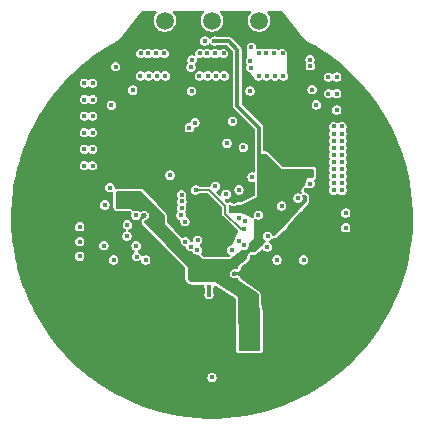
<source format=gbr>
%TF.GenerationSoftware,KiCad,Pcbnew,9.0.3*%
%TF.CreationDate,2025-09-12T10:42:05+02:00*%
%TF.ProjectId,FOC_CONTROLLER_V1,464f435f-434f-44e5-9452-4f4c4c45525f,rev?*%
%TF.SameCoordinates,Original*%
%TF.FileFunction,Copper,L5,Inr*%
%TF.FilePolarity,Positive*%
%FSLAX46Y46*%
G04 Gerber Fmt 4.6, Leading zero omitted, Abs format (unit mm)*
G04 Created by KiCad (PCBNEW 9.0.3) date 2025-09-12 10:42:05*
%MOMM*%
%LPD*%
G01*
G04 APERTURE LIST*
%TA.AperFunction,ComponentPad*%
%ADD10C,3.600000*%
%TD*%
%TA.AperFunction,ComponentPad*%
%ADD11C,1.500000*%
%TD*%
%TA.AperFunction,ViaPad*%
%ADD12C,0.400000*%
%TD*%
%TA.AperFunction,Conductor*%
%ADD13C,0.300000*%
%TD*%
%TA.AperFunction,Conductor*%
%ADD14C,0.160000*%
%TD*%
G04 APERTURE END LIST*
D10*
%TO.N,GND*%
%TO.C,TP1*%
X106717500Y-106717500D03*
%TD*%
%TO.N,GND*%
%TO.C,TP1*%
X93282500Y-106717500D03*
%TD*%
D11*
%TO.N,/OUTV*%
%TO.C,TP6*%
X100000000Y-83300000D03*
%TD*%
%TO.N,/OUTW*%
%TO.C,TP7*%
X104000000Y-83300000D03*
%TD*%
%TO.N,/OUTU*%
%TO.C,TP5*%
X96000000Y-83300000D03*
%TD*%
D10*
%TO.N,GND*%
%TO.C,TP1*%
X106717500Y-93282500D03*
%TD*%
%TO.N,GND*%
%TO.C,TP1*%
X93282500Y-93282500D03*
%TD*%
D12*
%TO.N,+3.3V*%
X98280000Y-104500000D03*
X100207500Y-85020000D03*
X103600000Y-106900000D03*
X103050000Y-110475000D03*
X98280000Y-105150000D03*
X103750000Y-110475000D03*
X101900000Y-105550000D03*
X108090000Y-96230000D03*
X102418225Y-99153663D03*
X92240000Y-97980000D03*
X103750000Y-109075000D03*
X103050000Y-109775000D03*
X101770000Y-99260000D03*
X98890000Y-104500000D03*
X103050000Y-109075000D03*
X95570000Y-99989232D03*
X92240000Y-98530003D03*
X102900000Y-106900000D03*
X104002500Y-96032500D03*
X103750000Y-109775000D03*
%TO.N,GND*%
X104300000Y-104700000D03*
X84121790Y-99167858D03*
X100000000Y-100700000D03*
X84878201Y-95086630D03*
X106800000Y-101100000D03*
X102630000Y-98280000D03*
X86665138Y-91340239D03*
X104913370Y-115121799D03*
X97512692Y-115704245D03*
X87700000Y-98150000D03*
X106467113Y-114525373D03*
X89360823Y-111816003D03*
X101662003Y-115812898D03*
X114167004Y-107218449D03*
X111242998Y-111242998D03*
X94301950Y-114843929D03*
X96400000Y-110500000D03*
X105900000Y-99000000D03*
X86230196Y-107950000D03*
X96694204Y-115552547D03*
X107800000Y-100000000D03*
X115358221Y-95884777D03*
X84641779Y-104115223D03*
X112356621Y-110006194D03*
X113334862Y-108659761D03*
X93000000Y-102200000D03*
X98170000Y-98260000D03*
X87700000Y-94230000D03*
X102487308Y-115704245D03*
X99300000Y-99300000D03*
X95884777Y-115358221D03*
X99167858Y-115878210D03*
X100700000Y-100000000D03*
X111300000Y-102100000D03*
X103934287Y-99755057D03*
X98700000Y-108100000D03*
X86665138Y-108659761D03*
X84100000Y-100000000D03*
X114167004Y-92781551D03*
X84447453Y-96694204D03*
X97900000Y-89900000D03*
X115812898Y-98337997D03*
X115878210Y-100832142D03*
X114843929Y-105698050D03*
X94270000Y-99792500D03*
X107970000Y-97680000D03*
X98337997Y-115812898D03*
X91430000Y-98230000D03*
X105698050Y-114843929D03*
X85832996Y-92781551D03*
X109345786Y-112863370D03*
X96400000Y-108100000D03*
X84121790Y-100832142D03*
X89993806Y-112356621D03*
X103305796Y-115552547D03*
X113334862Y-91340239D03*
X98700000Y-89900000D03*
X110006194Y-112356621D03*
X115552547Y-103305796D03*
X115121799Y-95086630D03*
X112200000Y-102100000D03*
X112863370Y-109345786D03*
X99300000Y-100700000D03*
X99300000Y-100000000D03*
X95230000Y-96560000D03*
X110400000Y-103350000D03*
X93532887Y-114525373D03*
X91300000Y-95900000D03*
X115358221Y-104115223D03*
X85156071Y-105698050D03*
X100000000Y-115900000D03*
X90110000Y-99430000D03*
X87643379Y-110006194D03*
X104115223Y-115358221D03*
X96420000Y-109750000D03*
X88183997Y-89360823D03*
X115704245Y-97512692D03*
X84447453Y-103305796D03*
X115812898Y-101662003D03*
X84641779Y-95884777D03*
X96630000Y-103490000D03*
X96400000Y-109000000D03*
X100700000Y-99300000D03*
X111300000Y-103350000D03*
X91540000Y-99770000D03*
X101900000Y-104717500D03*
X100832142Y-115878210D03*
X88183997Y-110639177D03*
X100000000Y-99300000D03*
X84295755Y-102487308D03*
X87700000Y-92270000D03*
X88757002Y-111242998D03*
X103400000Y-103300000D03*
X111816003Y-110639177D03*
X91340239Y-113334862D03*
X100407500Y-114100000D03*
X94150000Y-91100000D03*
X84187102Y-98337997D03*
X92050000Y-113769804D03*
X100010000Y-102530000D03*
X115704245Y-102487308D03*
X85832996Y-107218449D03*
X96000000Y-103500000D03*
X85474627Y-106467113D03*
X113769804Y-107950000D03*
X103400000Y-95900000D03*
X87136630Y-109345786D03*
X101860000Y-98050000D03*
X113769804Y-92050000D03*
X110400000Y-102100000D03*
X114525373Y-93532887D03*
X98100000Y-109800000D03*
X84878201Y-104913370D03*
X97580000Y-97400000D03*
X85474627Y-93532887D03*
X114843929Y-94301950D03*
X115121799Y-104913370D03*
X86230196Y-92050000D03*
X90080000Y-100620000D03*
X107218449Y-114167004D03*
X100700000Y-100700000D03*
X115878210Y-99167858D03*
X109500000Y-100200000D03*
X90150000Y-101910000D03*
X97550000Y-108050000D03*
X100000000Y-100000000D03*
X110639177Y-111816003D03*
X115900000Y-100000000D03*
X92960000Y-96780000D03*
X95086630Y-115121799D03*
X107950000Y-113769804D03*
X101000000Y-102600000D03*
X103000000Y-89800000D03*
X85156071Y-94301950D03*
X84187102Y-101662003D03*
X87643379Y-89993806D03*
X108659761Y-113334862D03*
X109500000Y-101400000D03*
X84295755Y-97512692D03*
X92400000Y-91100000D03*
X115552547Y-96694204D03*
X112200000Y-103350000D03*
X95800000Y-104800000D03*
X87136630Y-90654214D03*
X96500000Y-106100000D03*
X101590000Y-97350000D03*
X92781551Y-114167004D03*
X90654214Y-112863370D03*
X101870000Y-98600000D03*
X114525373Y-106467113D03*
%TO.N,/NRST*%
X88800000Y-103250000D03*
X107750000Y-103550000D03*
%TO.N,VBAT+*%
X110300000Y-95260000D03*
X99750000Y-106500000D03*
X103938000Y-87975000D03*
X89190000Y-88580000D03*
X100338000Y-87975000D03*
X110300000Y-97060000D03*
X93938000Y-87975000D03*
X111000000Y-96460000D03*
X111000000Y-94060000D03*
X89190000Y-95580000D03*
X110300000Y-97660000D03*
X111000000Y-93460000D03*
X89890000Y-91380000D03*
X111000000Y-94660000D03*
X110300000Y-94660000D03*
X111000000Y-92260000D03*
X89190000Y-89980000D03*
X89890000Y-89980000D03*
X94638000Y-87975000D03*
X89890000Y-92780000D03*
X110300000Y-94060000D03*
X109860000Y-89470000D03*
X110560000Y-88070000D03*
X101038000Y-87975000D03*
X111000000Y-92860000D03*
X111000000Y-97660000D03*
X110300000Y-96460000D03*
X104638000Y-87975000D03*
X89890000Y-94180000D03*
X110560000Y-89470000D03*
X110560000Y-90870000D03*
X89890000Y-95580000D03*
X110300000Y-92260000D03*
X98938000Y-87975000D03*
X110300000Y-93460000D03*
X105338000Y-87975000D03*
X89190000Y-91380000D03*
X110300000Y-95860000D03*
X109860000Y-88070000D03*
X111000000Y-97060000D03*
X106038000Y-87975000D03*
X95338000Y-87975000D03*
X111000000Y-95860000D03*
X110300000Y-92860000D03*
X89190000Y-92780000D03*
X96038000Y-87975000D03*
X111000000Y-95260000D03*
X99638000Y-87975000D03*
X89190000Y-94180000D03*
X89890000Y-88580000D03*
X99750000Y-105820000D03*
%TO.N,/ISNSU*%
X102250000Y-99979222D03*
X91672500Y-103550000D03*
%TO.N,/OP2O*%
X98750000Y-102700000D03*
X93610000Y-103270000D03*
%TO.N,/OP2N*%
X92800000Y-101530000D03*
X98200000Y-102430000D03*
%TO.N,/ISNSV*%
X94390000Y-103560000D03*
X102800000Y-100250000D03*
%TO.N,/BTN*%
X97420000Y-98030000D03*
X91350000Y-97427500D03*
%TO.N,Net-(IC1-PA5)*%
X104700000Y-101550000D03*
X99392500Y-85020000D03*
%TO.N,/SHUNT+AFTER*%
X103400000Y-96550000D03*
X103340000Y-85550000D03*
%TO.N,/LSU*%
X96450000Y-96380000D03*
X91480000Y-90457500D03*
%TO.N,/HSW*%
X102284266Y-97625734D03*
X108830000Y-90425000D03*
%TO.N,/LSW*%
X102650000Y-94030000D03*
X100286889Y-97324999D03*
%TO.N,/SPI2_CS*%
X97390000Y-99770000D03*
%TO.N,/OP2P*%
X97750000Y-102010000D03*
X92830000Y-100580000D03*
%TO.N,/SPI2_MOSI*%
X98780000Y-101870000D03*
%TO.N,/UART_TX*%
X102711830Y-102330000D03*
X111323885Y-100836500D03*
%TO.N,/SWCLK*%
X97419527Y-99152966D03*
X88800000Y-102000000D03*
%TO.N,Net-(D8-A)*%
X101664482Y-102724915D03*
X100000000Y-113500000D03*
%TO.N,/MGL*%
X102675141Y-100910002D03*
X98620000Y-97640000D03*
%TO.N,/UART_RX*%
X111323885Y-99586500D03*
X104670000Y-102460000D03*
%TO.N,/SWDIO*%
X97444761Y-98603543D03*
X88800000Y-100750000D03*
%TO.N,/SPI2_MISO*%
X97710000Y-100320000D03*
%TO.N,/MGH*%
X102301875Y-101963340D03*
%TO.N,Net-(IC2-SCLK)*%
X105505000Y-103550000D03*
X101200000Y-98000000D03*
%TO.N,/SHUNT+U*%
X90930000Y-98890000D03*
X98300000Y-86650000D03*
%TO.N,Net-(Q1-G2)*%
X91830000Y-87200000D03*
X93950000Y-86075000D03*
%TO.N,Net-(Q1-G1)*%
X93290000Y-89190000D03*
X98075000Y-92367500D03*
%TO.N,/SHUNT+V*%
X93570000Y-99782500D03*
X103250000Y-86710000D03*
%TO.N,Net-(Q2-G2)*%
X98567326Y-91927624D03*
X98950000Y-86075000D03*
%TO.N,Net-(Q2-G1)*%
X98270000Y-89260000D03*
X101270000Y-93680000D03*
%TO.N,/SHUNT+W*%
X108310000Y-97090000D03*
X108297464Y-86595515D03*
%TO.N,Net-(Q3-G2)*%
X103950000Y-86075000D03*
X101736608Y-91819688D03*
%TO.N,Net-(Q3-G1)*%
X103220000Y-89260000D03*
X108475000Y-89140000D03*
%TO.N,Net-(Q1-S2)*%
X95275000Y-86075000D03*
X94575000Y-86075000D03*
X95975000Y-86075000D03*
%TO.N,Net-(Q2-S2)*%
X99575000Y-86075000D03*
X100275000Y-86075000D03*
X100975000Y-86075000D03*
%TO.N,Net-(Q3-S2)*%
X105975000Y-86075000D03*
X105275000Y-86075000D03*
X104575000Y-86075000D03*
%TO.N,/SHUNT-W*%
X108320000Y-87120000D03*
X107280000Y-98320000D03*
%TO.N,/SHUNT-U*%
X90840000Y-102345000D03*
X98220000Y-87230000D03*
%TO.N,/SHUNT-V*%
X103260000Y-87270000D03*
X93580000Y-102367500D03*
%TD*%
D13*
%TO.N,+3.3V*%
X102150000Y-85750000D02*
X102150000Y-90530000D01*
X100207500Y-85020000D02*
X101420000Y-85020000D01*
X104002500Y-92382500D02*
X104002500Y-96032500D01*
X101420000Y-85020000D02*
X102150000Y-85750000D01*
X102150000Y-90530000D02*
X104002500Y-92382500D01*
%TO.N,VBAT+*%
X99750000Y-105820000D02*
X99750000Y-106500000D01*
D14*
%TO.N,/MGL*%
X102675141Y-100910002D02*
X102420002Y-100910002D01*
X99780000Y-97640000D02*
X98620000Y-97640000D01*
X101140000Y-99000000D02*
X99780000Y-97640000D01*
X102420002Y-100910002D02*
X101140000Y-99630000D01*
X101140000Y-99630000D02*
X101140000Y-99000000D01*
%TD*%
%TA.AperFunction,Conductor*%
%TO.N,GND*%
G36*
X95294473Y-82499407D02*
G01*
X95330437Y-82548907D01*
X95330437Y-82610093D01*
X95306286Y-82649504D01*
X95261701Y-82694088D01*
X95261698Y-82694092D01*
X95157681Y-82849761D01*
X95157677Y-82849770D01*
X95086026Y-83022750D01*
X95049500Y-83206381D01*
X95049500Y-83393618D01*
X95086026Y-83577249D01*
X95157677Y-83750229D01*
X95157681Y-83750238D01*
X95232065Y-83861559D01*
X95261698Y-83905908D01*
X95394092Y-84038302D01*
X95460463Y-84082649D01*
X95549761Y-84142318D01*
X95549767Y-84142320D01*
X95549769Y-84142322D01*
X95722749Y-84213973D01*
X95906384Y-84250500D01*
X95906385Y-84250500D01*
X96093615Y-84250500D01*
X96093616Y-84250500D01*
X96277251Y-84213973D01*
X96450231Y-84142322D01*
X96450234Y-84142319D01*
X96450238Y-84142318D01*
X96495187Y-84112282D01*
X96605908Y-84038302D01*
X96738302Y-83905908D01*
X96812282Y-83795187D01*
X96842318Y-83750238D01*
X96842319Y-83750234D01*
X96842322Y-83750231D01*
X96913973Y-83577251D01*
X96950500Y-83393616D01*
X96950500Y-83206384D01*
X96913973Y-83022749D01*
X96842322Y-82849769D01*
X96842320Y-82849767D01*
X96842318Y-82849761D01*
X96782649Y-82760463D01*
X96738302Y-82694092D01*
X96693714Y-82649504D01*
X96665937Y-82594987D01*
X96675508Y-82534555D01*
X96718773Y-82491290D01*
X96763718Y-82480500D01*
X99236282Y-82480500D01*
X99294473Y-82499407D01*
X99330437Y-82548907D01*
X99330437Y-82610093D01*
X99306286Y-82649504D01*
X99261701Y-82694088D01*
X99261698Y-82694092D01*
X99157681Y-82849761D01*
X99157677Y-82849770D01*
X99086026Y-83022750D01*
X99049500Y-83206381D01*
X99049500Y-83393618D01*
X99086026Y-83577249D01*
X99157677Y-83750229D01*
X99157681Y-83750238D01*
X99232065Y-83861559D01*
X99261698Y-83905908D01*
X99394092Y-84038302D01*
X99460463Y-84082649D01*
X99549761Y-84142318D01*
X99549767Y-84142320D01*
X99549769Y-84142322D01*
X99722749Y-84213973D01*
X99906384Y-84250500D01*
X99906385Y-84250500D01*
X100093615Y-84250500D01*
X100093616Y-84250500D01*
X100277251Y-84213973D01*
X100450231Y-84142322D01*
X100450234Y-84142319D01*
X100450238Y-84142318D01*
X100495187Y-84112282D01*
X100605908Y-84038302D01*
X100738302Y-83905908D01*
X100812282Y-83795187D01*
X100842318Y-83750238D01*
X100842319Y-83750234D01*
X100842322Y-83750231D01*
X100913973Y-83577251D01*
X100950500Y-83393616D01*
X100950500Y-83206384D01*
X100913973Y-83022749D01*
X100842322Y-82849769D01*
X100842320Y-82849767D01*
X100842318Y-82849761D01*
X100782649Y-82760463D01*
X100738302Y-82694092D01*
X100693714Y-82649504D01*
X100665937Y-82594987D01*
X100675508Y-82534555D01*
X100718773Y-82491290D01*
X100763718Y-82480500D01*
X103236282Y-82480500D01*
X103294473Y-82499407D01*
X103330437Y-82548907D01*
X103330437Y-82610093D01*
X103306286Y-82649504D01*
X103261701Y-82694088D01*
X103261698Y-82694092D01*
X103157681Y-82849761D01*
X103157677Y-82849770D01*
X103086026Y-83022750D01*
X103049500Y-83206381D01*
X103049500Y-83393618D01*
X103086026Y-83577249D01*
X103157677Y-83750229D01*
X103157681Y-83750238D01*
X103232065Y-83861559D01*
X103261698Y-83905908D01*
X103394092Y-84038302D01*
X103460463Y-84082649D01*
X103549761Y-84142318D01*
X103549767Y-84142320D01*
X103549769Y-84142322D01*
X103722749Y-84213973D01*
X103906384Y-84250500D01*
X103906385Y-84250500D01*
X104093615Y-84250500D01*
X104093616Y-84250500D01*
X104277251Y-84213973D01*
X104450231Y-84142322D01*
X104450234Y-84142319D01*
X104450238Y-84142318D01*
X104495187Y-84112282D01*
X104605908Y-84038302D01*
X104738302Y-83905908D01*
X104812282Y-83795187D01*
X104842318Y-83750238D01*
X104842319Y-83750234D01*
X104842322Y-83750231D01*
X104913973Y-83577251D01*
X104950500Y-83393616D01*
X104950500Y-83206384D01*
X104913973Y-83022749D01*
X104842322Y-82849769D01*
X104842320Y-82849767D01*
X104842318Y-82849761D01*
X104782649Y-82760463D01*
X104738302Y-82694092D01*
X104693714Y-82649504D01*
X104665937Y-82594987D01*
X104675508Y-82534555D01*
X104718773Y-82491290D01*
X104763718Y-82480500D01*
X105865481Y-82480500D01*
X105923672Y-82499407D01*
X105942569Y-82517384D01*
X107818831Y-84845895D01*
X107818832Y-84845896D01*
X107825592Y-84854285D01*
X107826093Y-84855894D01*
X107850536Y-84885243D01*
X107851019Y-84885842D01*
X107851055Y-84885886D01*
X107874658Y-84915178D01*
X107875207Y-84915622D01*
X107876412Y-84916613D01*
X107877025Y-84917125D01*
X107910250Y-84934575D01*
X107911673Y-84935337D01*
X107915040Y-84937176D01*
X107915659Y-84937517D01*
X108158751Y-85072725D01*
X108622595Y-85330715D01*
X108626683Y-85333118D01*
X108717372Y-85389407D01*
X109308510Y-85756318D01*
X109315126Y-85760424D01*
X109319087Y-85763017D01*
X109985571Y-86222309D01*
X109986238Y-86222768D01*
X109990070Y-86225546D01*
X110448407Y-86574909D01*
X110634475Y-86716738D01*
X110638176Y-86719702D01*
X111258316Y-87241183D01*
X111261851Y-87244303D01*
X111708149Y-87657654D01*
X111856301Y-87794869D01*
X111859701Y-87798172D01*
X112314120Y-88261396D01*
X112427126Y-88376591D01*
X112430364Y-88380055D01*
X112969398Y-88984929D01*
X112972467Y-88988543D01*
X113481969Y-89618594D01*
X113484857Y-89622345D01*
X113959464Y-90270413D01*
X113963578Y-90276031D01*
X113966287Y-90279922D01*
X114413164Y-90955788D01*
X114415684Y-90959805D01*
X114829694Y-91656305D01*
X114832018Y-91660438D01*
X115212191Y-92375937D01*
X115214315Y-92380176D01*
X115559795Y-93113066D01*
X115561714Y-93117402D01*
X115871716Y-93866020D01*
X115873424Y-93870443D01*
X116147214Y-94633014D01*
X116148709Y-94637514D01*
X116385674Y-95412325D01*
X116386952Y-95416891D01*
X116586547Y-96202168D01*
X116587605Y-96206791D01*
X116749371Y-97000726D01*
X116750206Y-97005393D01*
X116873770Y-97806151D01*
X116874381Y-97810854D01*
X116959461Y-98616622D01*
X116959846Y-98621347D01*
X117006248Y-99430266D01*
X117006406Y-99435005D01*
X117014022Y-100245210D01*
X117013953Y-100249952D01*
X116982766Y-101059596D01*
X116982470Y-101064328D01*
X116912552Y-101871543D01*
X116912030Y-101876256D01*
X116803537Y-102679224D01*
X116802789Y-102683906D01*
X116655982Y-103480706D01*
X116655012Y-103485348D01*
X116470209Y-104274259D01*
X116469017Y-104278848D01*
X116246661Y-105057973D01*
X116245251Y-105062500D01*
X115985842Y-105830086D01*
X115984217Y-105834541D01*
X115688343Y-106588852D01*
X115686506Y-106593223D01*
X115354866Y-107332472D01*
X115352822Y-107336751D01*
X114986164Y-108059276D01*
X114983918Y-108063452D01*
X114583071Y-108767616D01*
X114580627Y-108771679D01*
X114146536Y-109455823D01*
X114143900Y-109459765D01*
X113677552Y-110122334D01*
X113674731Y-110126145D01*
X113177174Y-110765648D01*
X113174173Y-110769319D01*
X112646600Y-111384223D01*
X112643428Y-111387747D01*
X112086985Y-111976721D01*
X112083647Y-111980089D01*
X111499643Y-112541741D01*
X111496147Y-112544945D01*
X110885944Y-113077969D01*
X110882300Y-113081002D01*
X110247249Y-113584217D01*
X110243463Y-113587072D01*
X109585054Y-114059297D01*
X109581136Y-114061967D01*
X108900876Y-114502120D01*
X108896834Y-114504600D01*
X108196267Y-114911683D01*
X108192111Y-114913966D01*
X107472880Y-115287025D01*
X107468620Y-115289107D01*
X106732340Y-115627304D01*
X106727985Y-115629180D01*
X105976346Y-115931741D01*
X105971906Y-115933406D01*
X105206641Y-116199628D01*
X105202127Y-116201078D01*
X104424991Y-116430354D01*
X104420412Y-116431586D01*
X103633214Y-116623382D01*
X103628582Y-116624394D01*
X102833082Y-116778281D01*
X102828406Y-116779070D01*
X102026452Y-116894690D01*
X102021744Y-116895254D01*
X101215177Y-116972343D01*
X101210447Y-116972681D01*
X100401111Y-117011060D01*
X100396371Y-117011171D01*
X99586130Y-117010755D01*
X99581390Y-117010639D01*
X98772091Y-116971426D01*
X98767362Y-116971083D01*
X97960877Y-116893165D01*
X97956169Y-116892596D01*
X97154352Y-116776154D01*
X97149677Y-116775361D01*
X96354317Y-116620652D01*
X96349686Y-116619635D01*
X95562684Y-116427030D01*
X95558106Y-116425793D01*
X94781202Y-116195717D01*
X94776699Y-116194265D01*
X94423313Y-116070920D01*
X94011723Y-115927260D01*
X94007285Y-115925591D01*
X93255950Y-115622256D01*
X93251597Y-115620376D01*
X92515665Y-115281420D01*
X92511407Y-115279334D01*
X91792534Y-114905523D01*
X91788381Y-114903235D01*
X91088244Y-114495437D01*
X91084210Y-114492956D01*
X90404390Y-114052094D01*
X90400475Y-114049419D01*
X89742577Y-113576537D01*
X89738794Y-113573679D01*
X89579608Y-113447273D01*
X99599500Y-113447273D01*
X99599500Y-113552727D01*
X99608703Y-113587072D01*
X99626794Y-113654589D01*
X99626794Y-113654590D01*
X99679518Y-113745910D01*
X99679520Y-113745913D01*
X99754087Y-113820480D01*
X99845413Y-113873207D01*
X99947273Y-113900500D01*
X99947275Y-113900500D01*
X100052725Y-113900500D01*
X100052727Y-113900500D01*
X100154587Y-113873207D01*
X100245913Y-113820480D01*
X100320480Y-113745913D01*
X100373207Y-113654587D01*
X100400500Y-113552727D01*
X100400500Y-113447273D01*
X100373207Y-113345413D01*
X100320480Y-113254087D01*
X100245913Y-113179520D01*
X100154587Y-113126793D01*
X100052727Y-113099500D01*
X99947273Y-113099500D01*
X99845413Y-113126793D01*
X99845412Y-113126793D01*
X99845410Y-113126794D01*
X99845409Y-113126794D01*
X99754089Y-113179518D01*
X99679518Y-113254089D01*
X99626794Y-113345409D01*
X99626794Y-113345410D01*
X99626793Y-113345412D01*
X99626793Y-113345413D01*
X99599500Y-113447273D01*
X89579608Y-113447273D01*
X89104248Y-113069801D01*
X89100628Y-113066782D01*
X88684555Y-112702580D01*
X88490942Y-112533103D01*
X88487450Y-112529895D01*
X87904046Y-111967663D01*
X87900711Y-111964292D01*
X87584625Y-111629038D01*
X87344863Y-111374734D01*
X87341717Y-111371233D01*
X86814747Y-110755751D01*
X86811751Y-110752076D01*
X86314860Y-110112073D01*
X86312042Y-110108259D01*
X85846372Y-109445205D01*
X85843741Y-109441261D01*
X85410356Y-108756676D01*
X85407916Y-108752610D01*
X85014178Y-108059276D01*
X85007791Y-108048030D01*
X85005557Y-108043866D01*
X85004079Y-108040947D01*
X84639641Y-107320960D01*
X84637603Y-107316683D01*
X84594842Y-107221103D01*
X84306714Y-106577071D01*
X84304884Y-106572703D01*
X84297071Y-106552725D01*
X84070986Y-105974587D01*
X84009788Y-105818094D01*
X84008168Y-105813638D01*
X83865002Y-105388570D01*
X83749547Y-105045778D01*
X83748153Y-105041289D01*
X83526587Y-104261897D01*
X83525400Y-104257306D01*
X83449831Y-103933207D01*
X83341410Y-103468213D01*
X83340453Y-103463615D01*
X83291664Y-103197273D01*
X88399500Y-103197273D01*
X88399500Y-103302727D01*
X88424335Y-103395413D01*
X88426794Y-103404589D01*
X88426794Y-103404590D01*
X88470740Y-103480706D01*
X88479520Y-103495913D01*
X88554087Y-103570480D01*
X88645413Y-103623207D01*
X88747273Y-103650500D01*
X88747275Y-103650500D01*
X88852725Y-103650500D01*
X88852727Y-103650500D01*
X88954587Y-103623207D01*
X89045913Y-103570480D01*
X89119120Y-103497273D01*
X91272000Y-103497273D01*
X91272000Y-103602727D01*
X91290160Y-103670500D01*
X91299294Y-103704589D01*
X91299294Y-103704590D01*
X91305068Y-103714590D01*
X91352020Y-103795913D01*
X91426587Y-103870480D01*
X91517913Y-103923207D01*
X91619773Y-103950500D01*
X91619775Y-103950500D01*
X91725225Y-103950500D01*
X91725227Y-103950500D01*
X91827087Y-103923207D01*
X91918413Y-103870480D01*
X91992980Y-103795913D01*
X92045707Y-103704587D01*
X92073000Y-103602727D01*
X92073000Y-103497273D01*
X92045707Y-103395413D01*
X92037353Y-103380944D01*
X91992981Y-103304089D01*
X91992980Y-103304087D01*
X91918413Y-103229520D01*
X91897202Y-103217274D01*
X91827089Y-103176794D01*
X91827088Y-103176793D01*
X91827087Y-103176793D01*
X91725227Y-103149500D01*
X91619773Y-103149500D01*
X91517913Y-103176793D01*
X91517912Y-103176793D01*
X91517910Y-103176794D01*
X91517909Y-103176794D01*
X91426589Y-103229518D01*
X91352018Y-103304089D01*
X91299294Y-103395409D01*
X91299294Y-103395410D01*
X91299293Y-103395412D01*
X91299293Y-103395413D01*
X91272000Y-103497273D01*
X89119120Y-103497273D01*
X89120480Y-103495913D01*
X89173207Y-103404587D01*
X89200500Y-103302727D01*
X89200500Y-103197273D01*
X89173207Y-103095413D01*
X89171358Y-103092211D01*
X89120481Y-103004089D01*
X89120480Y-103004087D01*
X89045913Y-102929520D01*
X89017552Y-102913146D01*
X88954589Y-102876794D01*
X88954588Y-102876793D01*
X88954587Y-102876793D01*
X88852727Y-102849500D01*
X88747273Y-102849500D01*
X88645413Y-102876793D01*
X88645412Y-102876793D01*
X88645410Y-102876794D01*
X88645409Y-102876794D01*
X88554089Y-102929518D01*
X88479518Y-103004089D01*
X88426794Y-103095409D01*
X88426794Y-103095410D01*
X88426793Y-103095412D01*
X88426793Y-103095413D01*
X88399500Y-103197273D01*
X83291664Y-103197273D01*
X83194449Y-102666569D01*
X83193716Y-102661945D01*
X83097902Y-101947273D01*
X88399500Y-101947273D01*
X88399500Y-102052727D01*
X88426793Y-102154587D01*
X88426794Y-102154589D01*
X88426794Y-102154590D01*
X88479518Y-102245910D01*
X88479520Y-102245913D01*
X88554087Y-102320480D01*
X88645413Y-102373207D01*
X88747273Y-102400500D01*
X88747275Y-102400500D01*
X88852725Y-102400500D01*
X88852727Y-102400500D01*
X88954587Y-102373207D01*
X89045913Y-102320480D01*
X89074120Y-102292273D01*
X90439500Y-102292273D01*
X90439500Y-102397727D01*
X90461278Y-102479004D01*
X90466794Y-102499589D01*
X90466794Y-102499590D01*
X90507635Y-102570328D01*
X90519520Y-102590913D01*
X90594087Y-102665480D01*
X90685413Y-102718207D01*
X90787273Y-102745500D01*
X90787275Y-102745500D01*
X90892725Y-102745500D01*
X90892727Y-102745500D01*
X90994587Y-102718207D01*
X91085913Y-102665480D01*
X91160480Y-102590913D01*
X91213207Y-102499587D01*
X91240500Y-102397727D01*
X91240500Y-102314773D01*
X93179500Y-102314773D01*
X93179500Y-102420227D01*
X93204285Y-102512727D01*
X93206794Y-102522089D01*
X93206794Y-102522090D01*
X93259518Y-102613410D01*
X93259520Y-102613413D01*
X93334087Y-102687980D01*
X93334089Y-102687981D01*
X93427087Y-102741674D01*
X93468028Y-102787143D01*
X93474424Y-102847993D01*
X93443831Y-102900981D01*
X93427088Y-102913146D01*
X93364088Y-102949519D01*
X93289518Y-103024089D01*
X93236794Y-103115409D01*
X93236794Y-103115410D01*
X93236793Y-103115412D01*
X93236793Y-103115413D01*
X93209500Y-103217273D01*
X93209500Y-103322727D01*
X93236793Y-103424587D01*
X93236794Y-103424589D01*
X93236794Y-103424590D01*
X93284532Y-103507274D01*
X93289520Y-103515913D01*
X93364087Y-103590480D01*
X93455413Y-103643207D01*
X93557273Y-103670500D01*
X93557275Y-103670500D01*
X93662725Y-103670500D01*
X93662727Y-103670500D01*
X93764587Y-103643207D01*
X93854708Y-103591175D01*
X93914553Y-103578454D01*
X93970449Y-103603340D01*
X93999832Y-103651287D01*
X94014114Y-103704590D01*
X94016794Y-103714589D01*
X94016794Y-103714590D01*
X94069518Y-103805910D01*
X94069520Y-103805913D01*
X94144087Y-103880480D01*
X94235413Y-103933207D01*
X94337273Y-103960500D01*
X94337275Y-103960500D01*
X94442725Y-103960500D01*
X94442727Y-103960500D01*
X94544587Y-103933207D01*
X94635913Y-103880480D01*
X94710480Y-103805913D01*
X94763207Y-103714587D01*
X94790500Y-103612727D01*
X94790500Y-103507273D01*
X94763207Y-103405413D01*
X94762731Y-103404589D01*
X94710481Y-103314089D01*
X94710480Y-103314087D01*
X94635913Y-103239520D01*
X94634707Y-103238824D01*
X94544589Y-103186794D01*
X94544588Y-103186793D01*
X94544587Y-103186793D01*
X94442727Y-103159500D01*
X94337273Y-103159500D01*
X94235413Y-103186793D01*
X94182619Y-103217274D01*
X94145293Y-103238824D01*
X94085444Y-103251545D01*
X94029549Y-103226658D01*
X94000167Y-103178711D01*
X93983207Y-103115413D01*
X93983139Y-103115296D01*
X93930481Y-103024089D01*
X93930480Y-103024087D01*
X93855913Y-102949520D01*
X93855910Y-102949518D01*
X93762912Y-102895825D01*
X93721971Y-102850355D01*
X93715575Y-102789505D01*
X93746168Y-102736517D01*
X93762906Y-102724356D01*
X93825913Y-102687980D01*
X93900480Y-102613413D01*
X93953207Y-102522087D01*
X93980500Y-102420227D01*
X93980500Y-102314773D01*
X93953207Y-102212913D01*
X93940255Y-102190480D01*
X93900481Y-102121589D01*
X93900480Y-102121587D01*
X93825913Y-102047020D01*
X93795567Y-102029500D01*
X93734589Y-101994294D01*
X93734588Y-101994293D01*
X93734587Y-101994293D01*
X93632727Y-101967000D01*
X93527273Y-101967000D01*
X93425413Y-101994293D01*
X93425412Y-101994293D01*
X93425410Y-101994294D01*
X93425409Y-101994294D01*
X93334089Y-102047018D01*
X93259518Y-102121589D01*
X93206794Y-102212909D01*
X93206794Y-102212910D01*
X93206793Y-102212912D01*
X93206793Y-102212913D01*
X93179500Y-102314773D01*
X91240500Y-102314773D01*
X91240500Y-102292273D01*
X91213207Y-102190413D01*
X91160480Y-102099087D01*
X91085913Y-102024520D01*
X91085007Y-102023997D01*
X90994589Y-101971794D01*
X90994588Y-101971793D01*
X90994587Y-101971793D01*
X90892727Y-101944500D01*
X90787273Y-101944500D01*
X90685413Y-101971793D01*
X90685412Y-101971793D01*
X90685410Y-101971794D01*
X90685409Y-101971794D01*
X90594089Y-102024518D01*
X90519518Y-102099089D01*
X90466794Y-102190409D01*
X90466794Y-102190410D01*
X90466793Y-102190412D01*
X90466793Y-102190413D01*
X90439500Y-102292273D01*
X89074120Y-102292273D01*
X89120480Y-102245913D01*
X89173207Y-102154587D01*
X89200500Y-102052727D01*
X89200500Y-101947273D01*
X89173207Y-101845413D01*
X89156960Y-101817273D01*
X89120481Y-101754089D01*
X89120480Y-101754087D01*
X89045913Y-101679520D01*
X89030650Y-101670708D01*
X88954589Y-101626794D01*
X88954588Y-101626793D01*
X88954587Y-101626793D01*
X88852727Y-101599500D01*
X88747273Y-101599500D01*
X88645413Y-101626793D01*
X88645412Y-101626793D01*
X88645410Y-101626794D01*
X88645409Y-101626794D01*
X88554089Y-101679518D01*
X88479518Y-101754089D01*
X88426794Y-101845409D01*
X88426794Y-101845410D01*
X88426793Y-101845412D01*
X88426793Y-101845413D01*
X88399500Y-101947273D01*
X83097902Y-101947273D01*
X83086047Y-101858848D01*
X83085532Y-101854146D01*
X83053279Y-101477273D01*
X92399500Y-101477273D01*
X92399500Y-101582727D01*
X92426793Y-101684587D01*
X92426794Y-101684589D01*
X92426794Y-101684590D01*
X92472692Y-101764087D01*
X92479520Y-101775913D01*
X92554087Y-101850480D01*
X92645413Y-101903207D01*
X92747273Y-101930500D01*
X92747275Y-101930500D01*
X92852725Y-101930500D01*
X92852727Y-101930500D01*
X92954587Y-101903207D01*
X93045913Y-101850480D01*
X93120480Y-101775913D01*
X93173207Y-101684587D01*
X93200500Y-101582727D01*
X93200500Y-101477273D01*
X93173207Y-101375413D01*
X93120480Y-101284087D01*
X93045913Y-101209520D01*
X93045910Y-101209518D01*
X92954590Y-101156794D01*
X92954583Y-101156791D01*
X92946572Y-101154645D01*
X92895258Y-101121321D01*
X92873332Y-101064199D01*
X92889168Y-101005099D01*
X92936718Y-100966594D01*
X92946566Y-100963394D01*
X92984587Y-100953207D01*
X93075913Y-100900480D01*
X93150480Y-100825913D01*
X93203207Y-100734587D01*
X93230500Y-100632727D01*
X93230500Y-100527273D01*
X93203207Y-100425413D01*
X93191308Y-100404804D01*
X93150481Y-100334089D01*
X93150480Y-100334087D01*
X93075913Y-100259520D01*
X93051127Y-100245210D01*
X92984589Y-100206794D01*
X92984588Y-100206793D01*
X92984587Y-100206793D01*
X92882727Y-100179500D01*
X92777273Y-100179500D01*
X92675413Y-100206793D01*
X92675412Y-100206793D01*
X92675410Y-100206794D01*
X92675409Y-100206794D01*
X92584089Y-100259518D01*
X92509518Y-100334089D01*
X92456794Y-100425409D01*
X92456794Y-100425410D01*
X92456793Y-100425412D01*
X92456793Y-100425413D01*
X92429500Y-100527273D01*
X92429500Y-100632727D01*
X92456793Y-100734587D01*
X92456794Y-100734589D01*
X92456794Y-100734590D01*
X92509518Y-100825910D01*
X92509520Y-100825913D01*
X92584087Y-100900480D01*
X92584089Y-100900481D01*
X92675409Y-100953205D01*
X92675413Y-100953207D01*
X92683424Y-100955353D01*
X92734738Y-100988674D01*
X92756667Y-101045795D01*
X92740833Y-101104896D01*
X92693285Y-101143403D01*
X92683428Y-101146606D01*
X92645415Y-101156792D01*
X92645409Y-101156794D01*
X92554089Y-101209518D01*
X92479518Y-101284089D01*
X92426794Y-101375409D01*
X92426794Y-101375410D01*
X92426793Y-101375412D01*
X92426793Y-101375413D01*
X92399500Y-101477273D01*
X83053279Y-101477273D01*
X83016442Y-101046842D01*
X83016155Y-101042180D01*
X83003224Y-100697273D01*
X88399500Y-100697273D01*
X88399500Y-100802727D01*
X88425693Y-100900480D01*
X88426794Y-100904589D01*
X88426794Y-100904590D01*
X88476735Y-100991089D01*
X88479520Y-100995913D01*
X88554087Y-101070480D01*
X88645413Y-101123207D01*
X88747273Y-101150500D01*
X88747275Y-101150500D01*
X88852725Y-101150500D01*
X88852727Y-101150500D01*
X88954587Y-101123207D01*
X89045913Y-101070480D01*
X89120480Y-100995913D01*
X89173207Y-100904587D01*
X89200500Y-100802727D01*
X89200500Y-100697273D01*
X89173207Y-100595413D01*
X89156173Y-100565910D01*
X89133866Y-100527273D01*
X89120480Y-100504087D01*
X89045913Y-100429520D01*
X89038799Y-100425413D01*
X88954589Y-100376794D01*
X88954588Y-100376793D01*
X88954587Y-100376793D01*
X88852727Y-100349500D01*
X88747273Y-100349500D01*
X88645413Y-100376793D01*
X88645412Y-100376793D01*
X88645410Y-100376794D01*
X88645409Y-100376794D01*
X88554089Y-100429518D01*
X88479518Y-100504089D01*
X88426794Y-100595409D01*
X88426794Y-100595410D01*
X88426793Y-100595412D01*
X88426793Y-100595413D01*
X88399500Y-100697273D01*
X83003224Y-100697273D01*
X82985797Y-100232418D01*
X82985734Y-100227739D01*
X82994183Y-99417499D01*
X82994346Y-99412772D01*
X82994774Y-99405443D01*
X83027952Y-98837273D01*
X90529500Y-98837273D01*
X90529500Y-98942727D01*
X90544412Y-98998379D01*
X90556794Y-99044589D01*
X90556794Y-99044590D01*
X90609518Y-99135910D01*
X90609520Y-99135913D01*
X90684087Y-99210480D01*
X90775413Y-99263207D01*
X90877273Y-99290500D01*
X90877275Y-99290500D01*
X90982725Y-99290500D01*
X90982727Y-99290500D01*
X91084587Y-99263207D01*
X91175913Y-99210480D01*
X91250480Y-99135913D01*
X91303207Y-99044587D01*
X91330500Y-98942727D01*
X91330500Y-98837273D01*
X91303207Y-98735413D01*
X91302307Y-98733855D01*
X91250481Y-98644089D01*
X91250480Y-98644087D01*
X91175913Y-98569520D01*
X91175885Y-98569504D01*
X91084589Y-98516794D01*
X91084588Y-98516793D01*
X91084587Y-98516793D01*
X90982727Y-98489500D01*
X90877273Y-98489500D01*
X90775413Y-98516793D01*
X90775412Y-98516793D01*
X90775410Y-98516794D01*
X90775409Y-98516794D01*
X90684089Y-98569518D01*
X90609518Y-98644089D01*
X90556794Y-98735409D01*
X90556794Y-98735410D01*
X90556793Y-98735412D01*
X90556793Y-98735413D01*
X90529500Y-98837273D01*
X83027952Y-98837273D01*
X83041580Y-98603899D01*
X83041970Y-98599176D01*
X83045134Y-98569504D01*
X83127881Y-97793474D01*
X83128491Y-97788817D01*
X83192818Y-97374773D01*
X90949500Y-97374773D01*
X90949500Y-97480227D01*
X90974387Y-97573106D01*
X90976794Y-97582089D01*
X90976794Y-97582090D01*
X91029518Y-97673410D01*
X91029520Y-97673413D01*
X91104087Y-97747980D01*
X91195413Y-97800707D01*
X91297273Y-97828000D01*
X91297275Y-97828000D01*
X91402725Y-97828000D01*
X91402727Y-97828000D01*
X91504587Y-97800707D01*
X91505998Y-97799892D01*
X91507138Y-97799649D01*
X91510581Y-97798224D01*
X91510845Y-97798861D01*
X91565843Y-97787169D01*
X91621740Y-97812052D01*
X91652336Y-97865039D01*
X91654500Y-97885627D01*
X91654500Y-99111000D01*
X91655188Y-99119735D01*
X91657030Y-99143143D01*
X91661883Y-99173793D01*
X91662646Y-99178281D01*
X91662647Y-99178286D01*
X91698591Y-99262382D01*
X91701233Y-99266018D01*
X91734556Y-99311883D01*
X91758797Y-99339628D01*
X91837307Y-99386536D01*
X91895498Y-99405443D01*
X91908198Y-99407454D01*
X91958996Y-99415500D01*
X91959000Y-99415500D01*
X93029849Y-99415500D01*
X93038506Y-99418312D01*
X93047526Y-99417091D01*
X93067001Y-99427571D01*
X93088040Y-99434407D01*
X93101405Y-99446085D01*
X93175897Y-99523997D01*
X93202445Y-99579123D01*
X93196983Y-99621246D01*
X93198473Y-99621646D01*
X93196794Y-99627910D01*
X93196793Y-99627913D01*
X93169500Y-99729773D01*
X93169500Y-99835227D01*
X93196708Y-99936768D01*
X93196794Y-99937089D01*
X93196794Y-99937090D01*
X93237215Y-100007100D01*
X93249520Y-100028413D01*
X93324087Y-100102980D01*
X93415413Y-100155707D01*
X93517273Y-100183000D01*
X93517275Y-100183000D01*
X93622725Y-100183000D01*
X93622727Y-100183000D01*
X93724587Y-100155707D01*
X93815913Y-100102980D01*
X93890480Y-100028413D01*
X93943207Y-99937087D01*
X93970500Y-99835227D01*
X93970500Y-99804319D01*
X93989407Y-99746128D01*
X94016959Y-99720412D01*
X94028157Y-99713399D01*
X94033773Y-99711985D01*
X94088290Y-99684209D01*
X94140308Y-99646418D01*
X94148990Y-99637735D01*
X94158511Y-99631774D01*
X94159485Y-99631529D01*
X94161550Y-99629946D01*
X94183442Y-99617306D01*
X94207317Y-99607416D01*
X94231744Y-99600871D01*
X94257360Y-99597500D01*
X94282637Y-99597500D01*
X94308259Y-99600873D01*
X94332679Y-99607416D01*
X94356555Y-99617305D01*
X94374928Y-99627913D01*
X94378443Y-99629942D01*
X94398948Y-99645675D01*
X94416823Y-99663550D01*
X94432556Y-99684055D01*
X94445194Y-99705945D01*
X94455082Y-99729817D01*
X94461383Y-99753330D01*
X94461626Y-99754234D01*
X94465000Y-99779860D01*
X94465000Y-99805138D01*
X94461626Y-99830762D01*
X94460430Y-99835227D01*
X94455083Y-99855180D01*
X94445194Y-99879053D01*
X94432556Y-99900943D01*
X94416823Y-99921448D01*
X94398948Y-99939323D01*
X94378443Y-99955056D01*
X94356553Y-99967694D01*
X94332677Y-99977584D01*
X94271614Y-99993946D01*
X94269146Y-99994607D01*
X94259553Y-99996656D01*
X94242342Y-100001788D01*
X94240979Y-100002154D01*
X94240970Y-100002157D01*
X94235824Y-100003536D01*
X94232864Y-100004614D01*
X94229514Y-100005613D01*
X94224751Y-100007098D01*
X94224746Y-100007100D01*
X94146236Y-100054007D01*
X94102011Y-100096290D01*
X94077770Y-100124036D01*
X94077768Y-100124039D01*
X94041826Y-100208129D01*
X94030902Y-100268323D01*
X94030899Y-100268344D01*
X94027598Y-100305021D01*
X94027598Y-100305025D01*
X94047949Y-100394191D01*
X94074491Y-100449307D01*
X94084181Y-100463294D01*
X94111109Y-100502163D01*
X96189091Y-102675585D01*
X97718251Y-104274978D01*
X97744798Y-104330104D01*
X97745689Y-104342422D01*
X97754027Y-105192746D01*
X97754028Y-105192779D01*
X97756554Y-105222924D01*
X97756557Y-105222950D01*
X97761132Y-105251787D01*
X97761549Y-105254311D01*
X97761551Y-105254315D01*
X97796717Y-105338740D01*
X97832222Y-105388570D01*
X97877265Y-105434452D01*
X98081860Y-105586004D01*
X98138815Y-105615701D01*
X98196768Y-105635144D01*
X98231532Y-105640996D01*
X98260097Y-105645805D01*
X98260104Y-105645805D01*
X98260107Y-105645806D01*
X99252294Y-105655580D01*
X99310294Y-105675059D01*
X99345768Y-105724911D01*
X99348888Y-105760784D01*
X99349500Y-105760784D01*
X99349500Y-105767273D01*
X99349500Y-105872727D01*
X99376793Y-105974587D01*
X99376794Y-105974590D01*
X99386235Y-105990941D01*
X99399500Y-106040443D01*
X99399500Y-106279555D01*
X99386238Y-106329052D01*
X99376794Y-106345410D01*
X99376793Y-106345412D01*
X99376793Y-106345413D01*
X99349500Y-106447273D01*
X99349500Y-106552727D01*
X99359180Y-106588852D01*
X99376794Y-106654589D01*
X99376794Y-106654590D01*
X99429518Y-106745910D01*
X99429520Y-106745913D01*
X99504087Y-106820480D01*
X99595413Y-106873207D01*
X99697273Y-106900500D01*
X99697275Y-106900500D01*
X99802725Y-106900500D01*
X99802727Y-106900500D01*
X99904587Y-106873207D01*
X99995913Y-106820480D01*
X100070480Y-106745913D01*
X100123207Y-106654587D01*
X100150500Y-106552727D01*
X100150500Y-106447273D01*
X100123207Y-106345413D01*
X100121128Y-106341812D01*
X100113762Y-106329052D01*
X100100500Y-106279555D01*
X100100500Y-106040443D01*
X100113765Y-105990941D01*
X100123205Y-105974590D01*
X100123204Y-105974590D01*
X100123207Y-105974587D01*
X100150500Y-105872727D01*
X100150500Y-105816308D01*
X100169407Y-105758117D01*
X100218907Y-105722153D01*
X100280093Y-105722153D01*
X100303435Y-105733290D01*
X101980531Y-106822976D01*
X102019025Y-106870536D01*
X102025590Y-106905336D01*
X102053854Y-111173025D01*
X102053854Y-111173033D01*
X102056483Y-111204452D01*
X102056485Y-111204466D01*
X102056486Y-111204474D01*
X102059552Y-111223429D01*
X102061329Y-111234413D01*
X102061995Y-111238286D01*
X102061997Y-111238293D01*
X102097938Y-111322382D01*
X102097939Y-111322383D01*
X102133903Y-111371883D01*
X102158144Y-111399628D01*
X102236654Y-111446536D01*
X102294845Y-111465443D01*
X102306899Y-111467352D01*
X102358343Y-111475500D01*
X102358347Y-111475500D01*
X104000993Y-111475500D01*
X104001000Y-111475500D01*
X104033144Y-111472970D01*
X104063737Y-111468125D01*
X104063748Y-111468123D01*
X104063793Y-111468116D01*
X104068281Y-111467353D01*
X104068280Y-111467353D01*
X104068287Y-111467352D01*
X104152383Y-111431408D01*
X104201883Y-111395444D01*
X104229628Y-111371203D01*
X104276536Y-111292693D01*
X104295443Y-111234502D01*
X104305178Y-111173033D01*
X104305500Y-111171003D01*
X104305500Y-108058484D01*
X104304749Y-108040947D01*
X104304748Y-108040935D01*
X104303302Y-108024074D01*
X104301052Y-108006633D01*
X104166620Y-107228852D01*
X104165183Y-107213228D01*
X104156127Y-106479574D01*
X104152722Y-106444769D01*
X104146621Y-106411753D01*
X104145156Y-106404551D01*
X104145152Y-106404542D01*
X104105966Y-106321923D01*
X104093486Y-106306083D01*
X104068098Y-106273858D01*
X104068091Y-106273851D01*
X104020908Y-106230209D01*
X104020898Y-106230202D01*
X103900363Y-106149612D01*
X102476348Y-105197508D01*
X102438484Y-105149448D01*
X102432917Y-105125552D01*
X102432213Y-105118852D01*
X102432212Y-105118846D01*
X102432212Y-105118845D01*
X102405805Y-105037571D01*
X102375212Y-104984583D01*
X102354006Y-104954459D01*
X102354002Y-104954456D01*
X102280836Y-104899605D01*
X102280830Y-104899601D01*
X102275437Y-104897200D01*
X102224934Y-104874714D01*
X102194510Y-104864323D01*
X102190066Y-104862805D01*
X102190068Y-104862805D01*
X102098622Y-104861438D01*
X102098621Y-104861438D01*
X102098619Y-104861438D01*
X102068695Y-104867799D01*
X102038768Y-104874160D01*
X101975122Y-104898593D01*
X101974994Y-104898260D01*
X101964813Y-104902011D01*
X101938261Y-104909126D01*
X101912637Y-104912500D01*
X101887361Y-104912500D01*
X101861737Y-104909126D01*
X101837319Y-104902583D01*
X101813442Y-104892693D01*
X101791553Y-104880055D01*
X101771050Y-104864323D01*
X101753177Y-104846450D01*
X101737444Y-104825945D01*
X101724805Y-104804053D01*
X101714915Y-104780175D01*
X101708373Y-104755758D01*
X101705000Y-104730137D01*
X101705000Y-104704859D01*
X101708372Y-104679240D01*
X101714916Y-104654816D01*
X101724799Y-104630952D01*
X101737446Y-104609047D01*
X101753170Y-104588555D01*
X101771056Y-104570669D01*
X101791548Y-104554945D01*
X101813447Y-104542302D01*
X101837315Y-104532416D01*
X101861743Y-104525871D01*
X101887360Y-104522500D01*
X101912639Y-104522500D01*
X101938256Y-104525871D01*
X101964244Y-104532834D01*
X101983557Y-104540248D01*
X101997918Y-104547566D01*
X102016823Y-104555983D01*
X102100407Y-104573749D01*
X102100409Y-104573749D01*
X102161591Y-104573749D01*
X102161593Y-104573749D01*
X102161595Y-104573748D01*
X102161610Y-104573748D01*
X102181445Y-104571961D01*
X102198287Y-104570446D01*
X102282383Y-104534502D01*
X102331883Y-104498538D01*
X102359628Y-104474297D01*
X102406536Y-104395787D01*
X102425443Y-104337596D01*
X102430879Y-104303275D01*
X102435500Y-104274097D01*
X102435500Y-104221448D01*
X102454407Y-104163257D01*
X102470643Y-104145796D01*
X103101001Y-103613719D01*
X103135922Y-103575776D01*
X103150675Y-103555029D01*
X103164474Y-103535626D01*
X103164490Y-103535602D01*
X103177244Y-103515243D01*
X103182349Y-103497273D01*
X105104500Y-103497273D01*
X105104500Y-103602727D01*
X105122660Y-103670500D01*
X105131794Y-103704589D01*
X105131794Y-103704590D01*
X105137568Y-103714590D01*
X105184520Y-103795913D01*
X105259087Y-103870480D01*
X105350413Y-103923207D01*
X105452273Y-103950500D01*
X105452275Y-103950500D01*
X105557725Y-103950500D01*
X105557727Y-103950500D01*
X105659587Y-103923207D01*
X105750913Y-103870480D01*
X105825480Y-103795913D01*
X105878207Y-103704587D01*
X105905500Y-103602727D01*
X105905500Y-103497273D01*
X107349500Y-103497273D01*
X107349500Y-103602727D01*
X107367660Y-103670500D01*
X107376794Y-103704589D01*
X107376794Y-103704590D01*
X107382568Y-103714590D01*
X107429520Y-103795913D01*
X107504087Y-103870480D01*
X107595413Y-103923207D01*
X107697273Y-103950500D01*
X107697275Y-103950500D01*
X107802725Y-103950500D01*
X107802727Y-103950500D01*
X107904587Y-103923207D01*
X107995913Y-103870480D01*
X108070480Y-103795913D01*
X108123207Y-103704587D01*
X108150500Y-103602727D01*
X108150500Y-103497273D01*
X108123207Y-103395413D01*
X108114853Y-103380944D01*
X108070481Y-103304089D01*
X108070480Y-103304087D01*
X107995913Y-103229520D01*
X107974702Y-103217274D01*
X107904589Y-103176794D01*
X107904588Y-103176793D01*
X107904587Y-103176793D01*
X107802727Y-103149500D01*
X107697273Y-103149500D01*
X107595413Y-103176793D01*
X107595412Y-103176793D01*
X107595410Y-103176794D01*
X107595409Y-103176794D01*
X107504089Y-103229518D01*
X107429518Y-103304089D01*
X107376794Y-103395409D01*
X107376794Y-103395410D01*
X107376793Y-103395412D01*
X107376793Y-103395413D01*
X107349500Y-103497273D01*
X105905500Y-103497273D01*
X105878207Y-103395413D01*
X105869853Y-103380944D01*
X105825481Y-103304089D01*
X105825480Y-103304087D01*
X105750913Y-103229520D01*
X105729702Y-103217274D01*
X105659589Y-103176794D01*
X105659588Y-103176793D01*
X105659587Y-103176793D01*
X105557727Y-103149500D01*
X105452273Y-103149500D01*
X105350413Y-103176793D01*
X105350412Y-103176793D01*
X105350410Y-103176794D01*
X105350409Y-103176794D01*
X105259089Y-103229518D01*
X105184518Y-103304089D01*
X105131794Y-103395409D01*
X105131794Y-103395410D01*
X105131793Y-103395412D01*
X105131793Y-103395413D01*
X105104500Y-103497273D01*
X103182349Y-103497273D01*
X103202234Y-103427268D01*
X103204506Y-103383914D01*
X103205000Y-103380944D01*
X103205000Y-103377094D01*
X103205135Y-103371928D01*
X103205327Y-103368245D01*
X103205432Y-103366259D01*
X103205431Y-103366251D01*
X103205635Y-103362374D01*
X103205635Y-103362372D01*
X103206580Y-103344357D01*
X103205540Y-103342019D01*
X103205000Y-103331695D01*
X103205000Y-103287359D01*
X103208372Y-103261740D01*
X103210865Y-103252436D01*
X103214916Y-103237316D01*
X103224799Y-103213452D01*
X103237446Y-103191547D01*
X103253170Y-103171055D01*
X103271056Y-103153169D01*
X103291548Y-103137445D01*
X103313447Y-103124802D01*
X103337315Y-103114916D01*
X103361743Y-103108371D01*
X103387360Y-103105000D01*
X103412639Y-103105000D01*
X103438261Y-103108372D01*
X103483044Y-103120372D01*
X103507667Y-103124806D01*
X103516840Y-103126458D01*
X103542856Y-103128923D01*
X103549651Y-103129568D01*
X103549659Y-103129568D01*
X103549663Y-103129569D01*
X103556332Y-103130091D01*
X103556334Y-103130091D01*
X103628326Y-103118289D01*
X103646584Y-103115296D01*
X103703247Y-103092210D01*
X103758261Y-103058935D01*
X104202399Y-102684042D01*
X104259062Y-102660957D01*
X104318473Y-102675585D01*
X104344017Y-102701959D01*
X104345571Y-102700767D01*
X104349514Y-102705906D01*
X104349518Y-102705910D01*
X104349520Y-102705913D01*
X104424087Y-102780480D01*
X104515413Y-102833207D01*
X104617273Y-102860500D01*
X104617275Y-102860500D01*
X104722725Y-102860500D01*
X104722727Y-102860500D01*
X104824587Y-102833207D01*
X104915913Y-102780480D01*
X104990480Y-102705913D01*
X105043207Y-102614587D01*
X105070500Y-102512727D01*
X105070500Y-102407273D01*
X105043207Y-102305413D01*
X104990480Y-102214087D01*
X104915913Y-102139520D01*
X104884852Y-102121587D01*
X104845996Y-102099153D01*
X104805056Y-102053683D01*
X104798661Y-101992833D01*
X104829254Y-101939845D01*
X104849373Y-101927155D01*
X104848967Y-101926452D01*
X104889228Y-101903207D01*
X104945913Y-101870480D01*
X105020480Y-101795913D01*
X105022646Y-101792161D01*
X105068113Y-101751221D01*
X105128963Y-101744824D01*
X105132017Y-101745524D01*
X105148752Y-101749645D01*
X105185171Y-101755211D01*
X105275423Y-101740416D01*
X105332086Y-101717330D01*
X105387100Y-101684055D01*
X106077108Y-101101631D01*
X106088033Y-101091716D01*
X106098205Y-101081796D01*
X106108394Y-101071119D01*
X106326123Y-100825910D01*
X106363538Y-100783773D01*
X110923385Y-100783773D01*
X110923385Y-100889227D01*
X110950678Y-100991087D01*
X110950679Y-100991089D01*
X110950679Y-100991090D01*
X110996884Y-101071119D01*
X111003405Y-101082413D01*
X111077972Y-101156980D01*
X111169298Y-101209707D01*
X111271158Y-101237000D01*
X111271160Y-101237000D01*
X111376610Y-101237000D01*
X111376612Y-101237000D01*
X111478472Y-101209707D01*
X111569798Y-101156980D01*
X111644365Y-101082413D01*
X111697092Y-100991087D01*
X111724385Y-100889227D01*
X111724385Y-100783773D01*
X111697092Y-100681913D01*
X111668694Y-100632727D01*
X111647151Y-100595413D01*
X111644365Y-100590587D01*
X111569798Y-100516020D01*
X111549129Y-100504087D01*
X111478474Y-100463294D01*
X111478473Y-100463293D01*
X111478472Y-100463293D01*
X111376612Y-100436000D01*
X111271158Y-100436000D01*
X111169298Y-100463293D01*
X111169297Y-100463293D01*
X111169295Y-100463294D01*
X111169294Y-100463294D01*
X111077974Y-100516018D01*
X111003403Y-100590589D01*
X110950679Y-100681909D01*
X110950679Y-100681910D01*
X110950678Y-100681912D01*
X110950678Y-100681913D01*
X110923385Y-100783773D01*
X106363538Y-100783773D01*
X106427665Y-100711552D01*
X107473451Y-99533773D01*
X110923385Y-99533773D01*
X110923385Y-99639227D01*
X110947647Y-99729774D01*
X110950679Y-99741089D01*
X110950679Y-99741090D01*
X111002199Y-99830325D01*
X111003405Y-99832413D01*
X111077972Y-99906980D01*
X111169298Y-99959707D01*
X111271158Y-99987000D01*
X111271160Y-99987000D01*
X111376610Y-99987000D01*
X111376612Y-99987000D01*
X111478472Y-99959707D01*
X111569798Y-99906980D01*
X111644365Y-99832413D01*
X111697092Y-99741087D01*
X111724385Y-99639227D01*
X111724385Y-99533773D01*
X111697092Y-99431913D01*
X111689239Y-99418312D01*
X111644366Y-99340589D01*
X111644365Y-99340587D01*
X111569798Y-99266020D01*
X111564922Y-99263205D01*
X111478474Y-99213294D01*
X111478473Y-99213293D01*
X111478472Y-99213293D01*
X111376612Y-99186000D01*
X111271158Y-99186000D01*
X111169298Y-99213293D01*
X111169297Y-99213293D01*
X111169295Y-99213294D01*
X111169294Y-99213294D01*
X111077974Y-99266018D01*
X111003403Y-99340589D01*
X110950679Y-99431909D01*
X110950679Y-99431910D01*
X110950678Y-99431912D01*
X110950678Y-99431913D01*
X110923385Y-99533773D01*
X107473451Y-99533773D01*
X107537578Y-99461552D01*
X107670475Y-99311881D01*
X108139070Y-98784143D01*
X108144903Y-98777276D01*
X108150381Y-98770533D01*
X108185680Y-98706409D01*
X108205168Y-98648410D01*
X108215860Y-98585012D01*
X108219885Y-98182545D01*
X108217514Y-98149301D01*
X108217274Y-98147738D01*
X108215948Y-98147941D01*
X108215654Y-98145341D01*
X108216879Y-98145154D01*
X108212684Y-98117779D01*
X108212229Y-98115066D01*
X108212157Y-98114423D01*
X108211890Y-98112683D01*
X108211750Y-98112205D01*
X108199895Y-98084471D01*
X108197191Y-98077410D01*
X108189279Y-98054127D01*
X108189277Y-98054121D01*
X108174336Y-98020426D01*
X108167855Y-98013207D01*
X108159039Y-98003386D01*
X108159035Y-98003382D01*
X108148103Y-97991205D01*
X108148683Y-97990784D01*
X108139849Y-97978624D01*
X108115604Y-97950873D01*
X108080601Y-97929960D01*
X108077822Y-97927358D01*
X108063269Y-97917081D01*
X108063265Y-97917078D01*
X108039183Y-97905213D01*
X108037094Y-97903965D01*
X108035788Y-97903540D01*
X108005591Y-97888663D01*
X108005589Y-97888662D01*
X107996713Y-97885910D01*
X107991267Y-97884221D01*
X107991264Y-97884220D01*
X107991256Y-97884218D01*
X107991258Y-97884218D01*
X107967910Y-97880682D01*
X107957114Y-97878425D01*
X107907009Y-97864999D01*
X107889388Y-97858270D01*
X107889388Y-97858271D01*
X107889369Y-97858262D01*
X107887995Y-97857738D01*
X107886876Y-97857173D01*
X107886864Y-97857167D01*
X107886861Y-97857166D01*
X107849776Y-97840953D01*
X107804032Y-97800319D01*
X107793807Y-97775865D01*
X107787972Y-97754089D01*
X107778373Y-97718261D01*
X107775000Y-97692639D01*
X107775000Y-97667359D01*
X107778372Y-97641740D01*
X107778899Y-97639774D01*
X107784916Y-97617316D01*
X107794799Y-97593452D01*
X107807446Y-97571547D01*
X107823170Y-97551055D01*
X107841055Y-97533170D01*
X107861548Y-97517445D01*
X107884142Y-97504401D01*
X107900589Y-97496820D01*
X107901770Y-97496401D01*
X107901773Y-97496401D01*
X107932168Y-97485638D01*
X107960463Y-97473041D01*
X107964594Y-97471147D01*
X107964653Y-97471120D01*
X107964653Y-97471119D01*
X107964659Y-97471117D01*
X107998626Y-97444442D01*
X108056067Y-97423372D01*
X108109268Y-97436565D01*
X108155413Y-97463207D01*
X108257273Y-97490500D01*
X108257275Y-97490500D01*
X108362725Y-97490500D01*
X108362727Y-97490500D01*
X108464587Y-97463207D01*
X108555913Y-97410480D01*
X108630480Y-97335913D01*
X108683207Y-97244587D01*
X108710500Y-97142727D01*
X108710500Y-97037273D01*
X108683207Y-96935413D01*
X108656473Y-96889108D01*
X108643751Y-96829260D01*
X108668638Y-96773364D01*
X108685080Y-96758755D01*
X108700207Y-96748066D01*
X108728267Y-96724194D01*
X108776204Y-96646308D01*
X108795875Y-96588372D01*
X108806767Y-96525007D01*
X108814157Y-95963376D01*
X108811795Y-95929488D01*
X108806845Y-95897246D01*
X108805786Y-95890994D01*
X108769533Y-95807030D01*
X108733388Y-95757663D01*
X108709046Y-95730007D01*
X108667535Y-95705412D01*
X108630366Y-95683389D01*
X108630363Y-95683388D01*
X108572103Y-95664695D01*
X108572099Y-95664694D01*
X108572093Y-95664693D01*
X108508574Y-95654871D01*
X108508552Y-95654870D01*
X106010728Y-95664053D01*
X105952468Y-95645360D01*
X105942480Y-95637115D01*
X105378056Y-95105412D01*
X104679086Y-94446962D01*
X104670091Y-94438972D01*
X104670073Y-94438956D01*
X104661204Y-94431532D01*
X104661202Y-94431531D01*
X104594768Y-94394315D01*
X104594760Y-94394311D01*
X104565763Y-94384565D01*
X104536765Y-94374818D01*
X104473368Y-94364119D01*
X104473365Y-94364118D01*
X104450997Y-94363892D01*
X104393001Y-94344396D01*
X104357540Y-94294534D01*
X104353000Y-94264897D01*
X104353000Y-92336357D01*
X104353000Y-92336356D01*
X104329114Y-92247212D01*
X104329112Y-92247208D01*
X104320453Y-92232209D01*
X104320453Y-92232208D01*
X104306056Y-92207273D01*
X109899500Y-92207273D01*
X109899500Y-92312727D01*
X109926793Y-92414587D01*
X109979520Y-92505913D01*
X109979521Y-92505914D01*
X109982169Y-92510500D01*
X109994890Y-92570348D01*
X109982169Y-92609500D01*
X109979521Y-92614085D01*
X109979520Y-92614087D01*
X109926793Y-92705413D01*
X109899500Y-92807273D01*
X109899500Y-92912727D01*
X109926793Y-93014587D01*
X109979520Y-93105913D01*
X109979521Y-93105914D01*
X109982169Y-93110500D01*
X109994890Y-93170348D01*
X109982169Y-93209500D01*
X109979521Y-93214085D01*
X109979520Y-93214087D01*
X109926793Y-93305413D01*
X109899500Y-93407273D01*
X109899500Y-93512727D01*
X109926793Y-93614587D01*
X109979520Y-93705913D01*
X109979521Y-93705914D01*
X109982169Y-93710500D01*
X109994890Y-93770348D01*
X109982169Y-93809500D01*
X109979521Y-93814085D01*
X109979520Y-93814087D01*
X109926793Y-93905413D01*
X109899500Y-94007273D01*
X109899500Y-94112727D01*
X109926793Y-94214587D01*
X109979520Y-94305913D01*
X109979521Y-94305914D01*
X109982169Y-94310500D01*
X109994890Y-94370348D01*
X109982169Y-94409500D01*
X109979521Y-94414085D01*
X109979520Y-94414087D01*
X109926793Y-94505413D01*
X109899500Y-94607273D01*
X109899500Y-94712727D01*
X109926793Y-94814587D01*
X109979520Y-94905913D01*
X109979521Y-94905914D01*
X109982169Y-94910500D01*
X109994890Y-94970348D01*
X109982169Y-95009500D01*
X109979521Y-95014085D01*
X109979520Y-95014087D01*
X109926793Y-95105413D01*
X109899500Y-95207273D01*
X109899500Y-95312727D01*
X109926793Y-95414587D01*
X109979520Y-95505913D01*
X109979521Y-95505914D01*
X109982169Y-95510500D01*
X109994890Y-95570348D01*
X109982169Y-95609500D01*
X109979521Y-95614085D01*
X109979520Y-95614087D01*
X109926793Y-95705413D01*
X109899500Y-95807273D01*
X109899500Y-95912727D01*
X109926793Y-96014587D01*
X109979520Y-96105913D01*
X109979521Y-96105914D01*
X109982169Y-96110500D01*
X109994890Y-96170348D01*
X109982169Y-96209500D01*
X109979521Y-96214085D01*
X109979520Y-96214087D01*
X109926793Y-96305413D01*
X109899500Y-96407273D01*
X109899500Y-96512727D01*
X109926793Y-96614587D01*
X109979520Y-96705913D01*
X109979521Y-96705914D01*
X109982169Y-96710500D01*
X109994890Y-96770348D01*
X109982169Y-96809500D01*
X109979521Y-96814085D01*
X109979520Y-96814087D01*
X109926793Y-96905413D01*
X109899500Y-97007273D01*
X109899500Y-97112727D01*
X109926793Y-97214587D01*
X109979520Y-97305913D01*
X109979521Y-97305914D01*
X109982169Y-97310500D01*
X109994890Y-97370348D01*
X109982169Y-97409500D01*
X109979521Y-97414085D01*
X109979520Y-97414087D01*
X109926793Y-97505413D01*
X109899500Y-97607273D01*
X109899500Y-97712727D01*
X109925793Y-97810854D01*
X109926794Y-97814589D01*
X109926794Y-97814590D01*
X109976496Y-97900675D01*
X109979520Y-97905913D01*
X110054087Y-97980480D01*
X110145413Y-98033207D01*
X110247273Y-98060500D01*
X110247275Y-98060500D01*
X110352725Y-98060500D01*
X110352727Y-98060500D01*
X110454587Y-98033207D01*
X110545913Y-97980480D01*
X110579998Y-97946394D01*
X110634513Y-97918619D01*
X110694945Y-97928190D01*
X110720000Y-97946393D01*
X110754087Y-97980480D01*
X110845413Y-98033207D01*
X110947273Y-98060500D01*
X110947275Y-98060500D01*
X111052725Y-98060500D01*
X111052727Y-98060500D01*
X111154587Y-98033207D01*
X111245913Y-97980480D01*
X111320480Y-97905913D01*
X111373207Y-97814587D01*
X111400500Y-97712727D01*
X111400500Y-97607273D01*
X111373207Y-97505413D01*
X111320480Y-97414087D01*
X111320477Y-97414084D01*
X111317831Y-97409501D01*
X111305109Y-97349652D01*
X111317831Y-97310499D01*
X111320477Y-97305915D01*
X111320480Y-97305913D01*
X111373207Y-97214587D01*
X111400500Y-97112727D01*
X111400500Y-97007273D01*
X111373207Y-96905413D01*
X111320480Y-96814087D01*
X111320477Y-96814084D01*
X111317831Y-96809501D01*
X111305109Y-96749652D01*
X111317831Y-96710499D01*
X111320477Y-96705915D01*
X111320480Y-96705913D01*
X111373207Y-96614587D01*
X111400500Y-96512727D01*
X111400500Y-96407273D01*
X111373207Y-96305413D01*
X111320480Y-96214087D01*
X111320477Y-96214084D01*
X111317831Y-96209501D01*
X111305109Y-96149652D01*
X111317831Y-96110499D01*
X111320477Y-96105915D01*
X111320480Y-96105913D01*
X111373207Y-96014587D01*
X111400500Y-95912727D01*
X111400500Y-95807273D01*
X111373207Y-95705413D01*
X111320480Y-95614087D01*
X111320477Y-95614084D01*
X111317831Y-95609501D01*
X111305109Y-95549652D01*
X111317831Y-95510499D01*
X111320477Y-95505915D01*
X111320480Y-95505913D01*
X111373207Y-95414587D01*
X111400500Y-95312727D01*
X111400500Y-95207273D01*
X111373207Y-95105413D01*
X111320480Y-95014087D01*
X111320477Y-95014084D01*
X111317831Y-95009501D01*
X111305109Y-94949652D01*
X111317831Y-94910499D01*
X111320477Y-94905915D01*
X111320480Y-94905913D01*
X111373207Y-94814587D01*
X111400500Y-94712727D01*
X111400500Y-94607273D01*
X111373207Y-94505413D01*
X111320480Y-94414087D01*
X111320477Y-94414084D01*
X111317831Y-94409501D01*
X111305109Y-94349652D01*
X111317831Y-94310499D01*
X111320477Y-94305915D01*
X111320480Y-94305913D01*
X111373207Y-94214587D01*
X111400500Y-94112727D01*
X111400500Y-94007273D01*
X111373207Y-93905413D01*
X111320480Y-93814087D01*
X111320477Y-93814084D01*
X111317831Y-93809501D01*
X111305109Y-93749652D01*
X111317831Y-93710499D01*
X111320477Y-93705915D01*
X111320480Y-93705913D01*
X111373207Y-93614587D01*
X111400500Y-93512727D01*
X111400500Y-93407273D01*
X111373207Y-93305413D01*
X111320480Y-93214087D01*
X111320477Y-93214084D01*
X111317831Y-93209501D01*
X111305109Y-93149652D01*
X111317831Y-93110499D01*
X111320477Y-93105915D01*
X111320480Y-93105913D01*
X111373207Y-93014587D01*
X111400500Y-92912727D01*
X111400500Y-92807273D01*
X111373207Y-92705413D01*
X111320480Y-92614087D01*
X111320477Y-92614084D01*
X111317831Y-92609501D01*
X111305109Y-92549652D01*
X111317831Y-92510499D01*
X111320477Y-92505915D01*
X111320480Y-92505913D01*
X111373207Y-92414587D01*
X111400500Y-92312727D01*
X111400500Y-92207273D01*
X111373207Y-92105413D01*
X111359812Y-92082213D01*
X111320481Y-92014089D01*
X111320480Y-92014087D01*
X111245913Y-91939520D01*
X111240069Y-91936146D01*
X111154589Y-91886794D01*
X111154588Y-91886793D01*
X111154587Y-91886793D01*
X111052727Y-91859500D01*
X110947273Y-91859500D01*
X110845413Y-91886793D01*
X110845412Y-91886793D01*
X110845410Y-91886794D01*
X110845409Y-91886794D01*
X110754089Y-91939518D01*
X110754087Y-91939519D01*
X110754087Y-91939520D01*
X110720001Y-91973605D01*
X110665487Y-92001381D01*
X110605055Y-91991810D01*
X110579999Y-91973606D01*
X110545913Y-91939520D01*
X110540069Y-91936146D01*
X110454589Y-91886794D01*
X110454588Y-91886793D01*
X110454587Y-91886793D01*
X110352727Y-91859500D01*
X110247273Y-91859500D01*
X110145413Y-91886793D01*
X110145412Y-91886793D01*
X110145410Y-91886794D01*
X110145409Y-91886794D01*
X110054089Y-91939518D01*
X109979518Y-92014089D01*
X109926794Y-92105409D01*
X109926794Y-92105410D01*
X109926793Y-92105412D01*
X109926793Y-92105413D01*
X109899500Y-92207273D01*
X104306056Y-92207273D01*
X104282973Y-92167292D01*
X104282972Y-92167291D01*
X104282971Y-92167290D01*
X104282970Y-92167288D01*
X102529496Y-90413814D01*
X102508330Y-90372273D01*
X108429500Y-90372273D01*
X108429500Y-90477727D01*
X108456793Y-90579587D01*
X108456794Y-90579589D01*
X108456794Y-90579590D01*
X108506270Y-90665284D01*
X108509520Y-90670913D01*
X108584087Y-90745480D01*
X108675413Y-90798207D01*
X108777273Y-90825500D01*
X108777275Y-90825500D01*
X108882725Y-90825500D01*
X108882727Y-90825500D01*
X108913431Y-90817273D01*
X110159500Y-90817273D01*
X110159500Y-90922727D01*
X110182681Y-91009240D01*
X110186794Y-91024589D01*
X110186794Y-91024590D01*
X110226640Y-91093604D01*
X110239520Y-91115913D01*
X110314087Y-91190480D01*
X110405413Y-91243207D01*
X110507273Y-91270500D01*
X110507275Y-91270500D01*
X110612725Y-91270500D01*
X110612727Y-91270500D01*
X110714587Y-91243207D01*
X110805913Y-91190480D01*
X110880480Y-91115913D01*
X110933207Y-91024587D01*
X110960500Y-90922727D01*
X110960500Y-90817273D01*
X110933207Y-90715413D01*
X110880480Y-90624087D01*
X110805913Y-90549520D01*
X110737855Y-90510227D01*
X110714589Y-90496794D01*
X110714588Y-90496793D01*
X110714587Y-90496793D01*
X110612727Y-90469500D01*
X110507273Y-90469500D01*
X110405413Y-90496793D01*
X110405412Y-90496793D01*
X110405410Y-90496794D01*
X110405409Y-90496794D01*
X110314089Y-90549518D01*
X110239518Y-90624089D01*
X110186794Y-90715409D01*
X110186794Y-90715410D01*
X110186793Y-90715412D01*
X110186793Y-90715413D01*
X110159500Y-90817273D01*
X108913431Y-90817273D01*
X108984587Y-90798207D01*
X109075913Y-90745480D01*
X109150480Y-90670913D01*
X109203207Y-90579587D01*
X109230500Y-90477727D01*
X109230500Y-90372273D01*
X109203207Y-90270413D01*
X109150480Y-90179087D01*
X109075913Y-90104520D01*
X109040880Y-90084294D01*
X108984589Y-90051794D01*
X108984588Y-90051793D01*
X108984587Y-90051793D01*
X108882727Y-90024500D01*
X108777273Y-90024500D01*
X108675413Y-90051793D01*
X108675412Y-90051793D01*
X108675410Y-90051794D01*
X108675409Y-90051794D01*
X108584089Y-90104518D01*
X108509518Y-90179089D01*
X108456794Y-90270409D01*
X108456794Y-90270410D01*
X108456793Y-90270412D01*
X108456793Y-90270413D01*
X108429500Y-90372273D01*
X102508330Y-90372273D01*
X102501719Y-90359297D01*
X102500500Y-90343810D01*
X102500500Y-89207273D01*
X102819500Y-89207273D01*
X102819500Y-89312727D01*
X102839110Y-89385913D01*
X102846794Y-89414589D01*
X102846794Y-89414590D01*
X102899518Y-89505910D01*
X102899520Y-89505913D01*
X102974087Y-89580480D01*
X103065413Y-89633207D01*
X103167273Y-89660500D01*
X103167275Y-89660500D01*
X103272725Y-89660500D01*
X103272727Y-89660500D01*
X103374587Y-89633207D01*
X103465913Y-89580480D01*
X103540480Y-89505913D01*
X103593207Y-89414587D01*
X103620500Y-89312727D01*
X103620500Y-89207273D01*
X103593207Y-89105413D01*
X103588230Y-89096793D01*
X103582734Y-89087273D01*
X108074500Y-89087273D01*
X108074500Y-89192727D01*
X108096603Y-89275217D01*
X108101794Y-89294589D01*
X108101794Y-89294590D01*
X108154518Y-89385910D01*
X108154520Y-89385913D01*
X108229087Y-89460480D01*
X108320413Y-89513207D01*
X108422273Y-89540500D01*
X108422275Y-89540500D01*
X108527725Y-89540500D01*
X108527727Y-89540500D01*
X108629587Y-89513207D01*
X108720913Y-89460480D01*
X108764120Y-89417273D01*
X109459500Y-89417273D01*
X109459500Y-89522727D01*
X109486793Y-89624587D01*
X109486794Y-89624589D01*
X109486794Y-89624590D01*
X109526640Y-89693604D01*
X109539520Y-89715913D01*
X109614087Y-89790480D01*
X109705413Y-89843207D01*
X109807273Y-89870500D01*
X109807275Y-89870500D01*
X109912725Y-89870500D01*
X109912727Y-89870500D01*
X110014587Y-89843207D01*
X110105913Y-89790480D01*
X110139998Y-89756394D01*
X110194513Y-89728619D01*
X110254945Y-89738190D01*
X110280000Y-89756393D01*
X110314087Y-89790480D01*
X110405413Y-89843207D01*
X110507273Y-89870500D01*
X110507275Y-89870500D01*
X110612725Y-89870500D01*
X110612727Y-89870500D01*
X110714587Y-89843207D01*
X110805913Y-89790480D01*
X110880480Y-89715913D01*
X110933207Y-89624587D01*
X110960500Y-89522727D01*
X110960500Y-89417273D01*
X110933207Y-89315413D01*
X110931656Y-89312727D01*
X110880481Y-89224089D01*
X110880480Y-89224087D01*
X110805913Y-89149520D01*
X110784702Y-89137274D01*
X110714589Y-89096794D01*
X110714588Y-89096793D01*
X110714587Y-89096793D01*
X110612727Y-89069500D01*
X110507273Y-89069500D01*
X110405413Y-89096793D01*
X110405412Y-89096793D01*
X110405410Y-89096794D01*
X110405409Y-89096794D01*
X110314089Y-89149518D01*
X110314087Y-89149519D01*
X110314087Y-89149520D01*
X110280001Y-89183605D01*
X110225487Y-89211381D01*
X110165055Y-89201810D01*
X110139999Y-89183606D01*
X110105913Y-89149520D01*
X110084702Y-89137274D01*
X110014589Y-89096794D01*
X110014588Y-89096793D01*
X110014587Y-89096793D01*
X109912727Y-89069500D01*
X109807273Y-89069500D01*
X109705413Y-89096793D01*
X109705412Y-89096793D01*
X109705410Y-89096794D01*
X109705409Y-89096794D01*
X109614089Y-89149518D01*
X109539518Y-89224089D01*
X109486794Y-89315409D01*
X109486794Y-89315410D01*
X109486793Y-89315412D01*
X109486793Y-89315413D01*
X109459500Y-89417273D01*
X108764120Y-89417273D01*
X108795480Y-89385913D01*
X108848207Y-89294587D01*
X108875500Y-89192727D01*
X108875500Y-89087273D01*
X108848207Y-88985413D01*
X108845370Y-88980500D01*
X108813055Y-88924529D01*
X108795480Y-88894087D01*
X108720913Y-88819520D01*
X108716191Y-88816794D01*
X108629589Y-88766794D01*
X108629588Y-88766793D01*
X108629587Y-88766793D01*
X108527727Y-88739500D01*
X108422273Y-88739500D01*
X108320413Y-88766793D01*
X108320412Y-88766793D01*
X108320410Y-88766794D01*
X108320409Y-88766794D01*
X108229089Y-88819518D01*
X108154518Y-88894089D01*
X108101794Y-88985409D01*
X108101794Y-88985410D01*
X108101793Y-88985412D01*
X108101793Y-88985413D01*
X108074500Y-89087273D01*
X103582734Y-89087273D01*
X103540481Y-89014089D01*
X103540480Y-89014087D01*
X103465913Y-88939520D01*
X103398295Y-88900481D01*
X103374589Y-88886794D01*
X103374588Y-88886793D01*
X103374587Y-88886793D01*
X103272727Y-88859500D01*
X103167273Y-88859500D01*
X103065413Y-88886793D01*
X103065412Y-88886793D01*
X103065410Y-88886794D01*
X103065409Y-88886794D01*
X102974089Y-88939518D01*
X102899518Y-89014089D01*
X102846794Y-89105409D01*
X102846794Y-89105410D01*
X102846793Y-89105412D01*
X102846793Y-89105413D01*
X102819500Y-89207273D01*
X102500500Y-89207273D01*
X102500500Y-86657273D01*
X102849500Y-86657273D01*
X102849500Y-86762727D01*
X102870588Y-86841428D01*
X102876794Y-86864589D01*
X102876794Y-86864590D01*
X102925621Y-86949160D01*
X102938343Y-87009008D01*
X102925622Y-87048157D01*
X102886793Y-87115413D01*
X102859500Y-87217273D01*
X102859500Y-87322727D01*
X102876076Y-87384589D01*
X102886794Y-87424589D01*
X102886794Y-87424590D01*
X102939518Y-87515910D01*
X102939520Y-87515913D01*
X103014087Y-87590480D01*
X103105413Y-87643207D01*
X103154020Y-87656231D01*
X103203050Y-87686835D01*
X103311525Y-87811381D01*
X103539137Y-88072713D01*
X103560109Y-88112108D01*
X103564793Y-88129589D01*
X103564794Y-88129590D01*
X103609368Y-88206794D01*
X103617520Y-88220913D01*
X103692087Y-88295480D01*
X103783413Y-88348207D01*
X103885273Y-88375500D01*
X103885275Y-88375500D01*
X103990725Y-88375500D01*
X103990727Y-88375500D01*
X104092587Y-88348207D01*
X104183913Y-88295480D01*
X104217998Y-88261394D01*
X104272513Y-88233619D01*
X104332945Y-88243190D01*
X104358000Y-88261393D01*
X104392087Y-88295480D01*
X104483413Y-88348207D01*
X104585273Y-88375500D01*
X104585275Y-88375500D01*
X104690725Y-88375500D01*
X104690727Y-88375500D01*
X104792587Y-88348207D01*
X104883913Y-88295480D01*
X104917998Y-88261394D01*
X104972513Y-88233619D01*
X105032945Y-88243190D01*
X105058000Y-88261393D01*
X105092087Y-88295480D01*
X105183413Y-88348207D01*
X105285273Y-88375500D01*
X105285275Y-88375500D01*
X105390725Y-88375500D01*
X105390727Y-88375500D01*
X105492587Y-88348207D01*
X105583913Y-88295480D01*
X105617998Y-88261394D01*
X105672513Y-88233619D01*
X105732945Y-88243190D01*
X105758000Y-88261393D01*
X105792087Y-88295480D01*
X105883413Y-88348207D01*
X105985273Y-88375500D01*
X105985275Y-88375500D01*
X106090725Y-88375500D01*
X106090727Y-88375500D01*
X106192587Y-88348207D01*
X106283913Y-88295480D01*
X106358480Y-88220913D01*
X106411207Y-88129587D01*
X106438500Y-88027727D01*
X106438500Y-88017273D01*
X109459500Y-88017273D01*
X109459500Y-88122727D01*
X109485808Y-88220910D01*
X109486794Y-88224589D01*
X109486794Y-88224590D01*
X109537151Y-88311810D01*
X109539520Y-88315913D01*
X109614087Y-88390480D01*
X109705413Y-88443207D01*
X109807273Y-88470500D01*
X109807275Y-88470500D01*
X109912725Y-88470500D01*
X109912727Y-88470500D01*
X110014587Y-88443207D01*
X110105913Y-88390480D01*
X110139998Y-88356394D01*
X110194513Y-88328619D01*
X110254945Y-88338190D01*
X110280000Y-88356393D01*
X110314087Y-88390480D01*
X110405413Y-88443207D01*
X110507273Y-88470500D01*
X110507275Y-88470500D01*
X110612725Y-88470500D01*
X110612727Y-88470500D01*
X110714587Y-88443207D01*
X110805913Y-88390480D01*
X110880480Y-88315913D01*
X110933207Y-88224587D01*
X110960500Y-88122727D01*
X110960500Y-88017273D01*
X110933207Y-87915413D01*
X110880480Y-87824087D01*
X110805913Y-87749520D01*
X110770525Y-87729089D01*
X110714589Y-87696794D01*
X110714588Y-87696793D01*
X110714587Y-87696793D01*
X110612727Y-87669500D01*
X110507273Y-87669500D01*
X110405413Y-87696793D01*
X110405412Y-87696793D01*
X110405410Y-87696794D01*
X110405409Y-87696794D01*
X110314089Y-87749518D01*
X110314087Y-87749519D01*
X110314087Y-87749520D01*
X110280001Y-87783605D01*
X110225487Y-87811381D01*
X110165055Y-87801810D01*
X110139999Y-87783606D01*
X110105913Y-87749520D01*
X110070525Y-87729089D01*
X110014589Y-87696794D01*
X110014588Y-87696793D01*
X110014587Y-87696793D01*
X109912727Y-87669500D01*
X109807273Y-87669500D01*
X109705413Y-87696793D01*
X109705412Y-87696793D01*
X109705410Y-87696794D01*
X109705409Y-87696794D01*
X109614089Y-87749518D01*
X109539518Y-87824089D01*
X109486794Y-87915409D01*
X109486794Y-87915410D01*
X109486793Y-87915412D01*
X109486793Y-87915413D01*
X109459500Y-88017273D01*
X106438500Y-88017273D01*
X106438500Y-87922273D01*
X106411207Y-87820413D01*
X106405992Y-87811381D01*
X106358481Y-87729089D01*
X106358480Y-87729087D01*
X106357731Y-87728338D01*
X106357386Y-87727661D01*
X106354529Y-87723937D01*
X106355219Y-87723407D01*
X106329956Y-87673824D01*
X106328739Y-87657660D01*
X106334732Y-86788741D01*
X106336429Y-86542788D01*
X107896964Y-86542788D01*
X107896964Y-86648242D01*
X107911563Y-86702725D01*
X107924257Y-86750103D01*
X107969101Y-86827775D01*
X107981822Y-86887623D01*
X107969101Y-86926773D01*
X107946793Y-86965411D01*
X107928597Y-87033319D01*
X107919500Y-87067273D01*
X107919500Y-87172727D01*
X107940936Y-87252727D01*
X107946794Y-87274589D01*
X107946794Y-87274590D01*
X107999518Y-87365910D01*
X107999520Y-87365913D01*
X108074087Y-87440480D01*
X108165413Y-87493207D01*
X108267273Y-87520500D01*
X108267275Y-87520500D01*
X108372725Y-87520500D01*
X108372727Y-87520500D01*
X108474587Y-87493207D01*
X108565913Y-87440480D01*
X108640480Y-87365913D01*
X108693207Y-87274587D01*
X108720500Y-87172727D01*
X108720500Y-87067273D01*
X108693207Y-86965413D01*
X108648362Y-86887740D01*
X108635641Y-86827893D01*
X108648363Y-86788741D01*
X108670669Y-86750105D01*
X108670671Y-86750102D01*
X108697964Y-86648242D01*
X108697964Y-86542788D01*
X108670671Y-86440928D01*
X108644430Y-86395478D01*
X108617945Y-86349604D01*
X108617944Y-86349602D01*
X108543377Y-86275035D01*
X108542587Y-86274579D01*
X108452053Y-86222309D01*
X108452052Y-86222308D01*
X108452051Y-86222308D01*
X108350191Y-86195015D01*
X108244737Y-86195015D01*
X108142877Y-86222308D01*
X108142876Y-86222308D01*
X108142874Y-86222309D01*
X108142873Y-86222309D01*
X108051553Y-86275033D01*
X107976982Y-86349604D01*
X107924258Y-86440924D01*
X107924258Y-86440925D01*
X107924257Y-86440927D01*
X107924257Y-86440928D01*
X107896964Y-86542788D01*
X106336429Y-86542788D01*
X106336478Y-86535616D01*
X106338292Y-86272538D01*
X106345827Y-86235333D01*
X106348205Y-86229590D01*
X106348204Y-86229590D01*
X106348207Y-86229587D01*
X106375500Y-86127727D01*
X106375500Y-86022273D01*
X106348207Y-85920413D01*
X106295480Y-85829087D01*
X106220913Y-85754520D01*
X106219018Y-85753426D01*
X106129589Y-85701794D01*
X106129588Y-85701793D01*
X106129587Y-85701793D01*
X106027727Y-85674500D01*
X105922273Y-85674500D01*
X105859931Y-85691204D01*
X105820408Y-85701794D01*
X105820408Y-85701795D01*
X105763224Y-85734809D01*
X105712548Y-85748065D01*
X105531358Y-85745908D01*
X105483037Y-85732652D01*
X105472632Y-85726645D01*
X105450407Y-85713813D01*
X105429589Y-85701794D01*
X105429588Y-85701793D01*
X105429587Y-85701793D01*
X105327727Y-85674500D01*
X105222273Y-85674500D01*
X105120413Y-85701793D01*
X105120411Y-85701793D01*
X105120411Y-85701794D01*
X105077366Y-85726645D01*
X105026689Y-85739900D01*
X104816619Y-85737399D01*
X104768299Y-85724143D01*
X104729589Y-85701794D01*
X104729588Y-85701793D01*
X104729587Y-85701793D01*
X104627727Y-85674500D01*
X104522273Y-85674500D01*
X104420413Y-85701793D01*
X104391508Y-85718481D01*
X104340833Y-85731735D01*
X104178462Y-85729802D01*
X104130142Y-85716546D01*
X104104591Y-85701795D01*
X104104591Y-85701794D01*
X104092557Y-85698569D01*
X104002727Y-85674500D01*
X103897273Y-85674500D01*
X103865121Y-85683114D01*
X103804021Y-85679912D01*
X103756472Y-85641407D01*
X103740500Y-85587488D01*
X103740500Y-85497274D01*
X103740500Y-85497273D01*
X103713207Y-85395413D01*
X103711933Y-85393207D01*
X103660481Y-85304089D01*
X103660480Y-85304087D01*
X103585913Y-85229520D01*
X103574185Y-85222749D01*
X103494589Y-85176794D01*
X103494588Y-85176793D01*
X103494587Y-85176793D01*
X103392727Y-85149500D01*
X103287273Y-85149500D01*
X103185413Y-85176793D01*
X103185412Y-85176793D01*
X103185410Y-85176794D01*
X103185409Y-85176794D01*
X103094089Y-85229518D01*
X103019518Y-85304089D01*
X102966794Y-85395409D01*
X102966794Y-85395410D01*
X102966793Y-85395412D01*
X102966793Y-85395413D01*
X102939500Y-85497273D01*
X102939500Y-85602727D01*
X102947857Y-85633915D01*
X102966794Y-85704592D01*
X102967463Y-85706205D01*
X102968143Y-85709623D01*
X102968473Y-85710855D01*
X102968392Y-85710876D01*
X102975000Y-85744092D01*
X102975000Y-86377599D01*
X102956093Y-86435790D01*
X102946005Y-86447601D01*
X102929519Y-86464086D01*
X102876794Y-86555409D01*
X102876794Y-86555410D01*
X102876793Y-86555412D01*
X102876793Y-86555413D01*
X102849500Y-86657273D01*
X102500500Y-86657273D01*
X102500500Y-85703857D01*
X102500500Y-85703856D01*
X102476614Y-85614712D01*
X102469695Y-85602727D01*
X102465893Y-85596141D01*
X102465893Y-85596140D01*
X102430473Y-85534792D01*
X102430471Y-85534790D01*
X102430470Y-85534788D01*
X101635212Y-84739530D01*
X101555288Y-84693386D01*
X101555283Y-84693384D01*
X101555280Y-84693383D01*
X101551147Y-84692276D01*
X101551145Y-84692274D01*
X101551145Y-84692276D01*
X101466144Y-84669500D01*
X101466142Y-84669500D01*
X100427944Y-84669500D01*
X100378445Y-84656237D01*
X100362088Y-84646793D01*
X100328133Y-84637695D01*
X100260227Y-84619500D01*
X100154773Y-84619500D01*
X100052913Y-84646793D01*
X100052912Y-84646793D01*
X100052910Y-84646794D01*
X100052909Y-84646794D01*
X99961589Y-84699518D01*
X99887019Y-84774088D01*
X99885735Y-84776313D01*
X99884365Y-84777546D01*
X99883071Y-84779233D01*
X99882758Y-84778993D01*
X99840263Y-84817253D01*
X99779413Y-84823646D01*
X99726426Y-84793051D01*
X99714265Y-84776313D01*
X99712981Y-84774089D01*
X99712980Y-84774087D01*
X99638413Y-84699520D01*
X99627783Y-84693383D01*
X99547089Y-84646794D01*
X99547088Y-84646793D01*
X99547087Y-84646793D01*
X99445227Y-84619500D01*
X99339773Y-84619500D01*
X99237913Y-84646793D01*
X99237912Y-84646793D01*
X99237910Y-84646794D01*
X99237909Y-84646794D01*
X99146589Y-84699518D01*
X99072018Y-84774089D01*
X99019294Y-84865409D01*
X99019294Y-84865410D01*
X99019293Y-84865412D01*
X99019293Y-84865413D01*
X98992000Y-84967273D01*
X98992000Y-85072727D01*
X99019293Y-85174587D01*
X99019294Y-85174589D01*
X99019294Y-85174590D01*
X99072018Y-85265910D01*
X99072020Y-85265913D01*
X99146587Y-85340480D01*
X99237913Y-85393207D01*
X99339773Y-85420500D01*
X99339775Y-85420500D01*
X99445225Y-85420500D01*
X99445227Y-85420500D01*
X99547087Y-85393207D01*
X99638413Y-85340480D01*
X99712980Y-85265913D01*
X99714263Y-85263689D01*
X99715632Y-85262457D01*
X99716929Y-85260767D01*
X99717242Y-85261007D01*
X99759732Y-85222749D01*
X99820582Y-85216352D01*
X99873570Y-85246944D01*
X99885734Y-85263687D01*
X99887020Y-85265913D01*
X99961587Y-85340480D01*
X100052913Y-85393207D01*
X100154773Y-85420500D01*
X100154775Y-85420500D01*
X100260225Y-85420500D01*
X100260227Y-85420500D01*
X100362087Y-85393207D01*
X100378445Y-85383763D01*
X100427944Y-85370500D01*
X101233810Y-85370500D01*
X101292001Y-85389407D01*
X101303814Y-85399496D01*
X101770504Y-85866186D01*
X101798281Y-85920703D01*
X101799500Y-85936190D01*
X101799500Y-90576144D01*
X101804099Y-90593310D01*
X101816666Y-90640211D01*
X101823384Y-90665284D01*
X101823385Y-90665286D01*
X101823386Y-90665288D01*
X101869530Y-90745212D01*
X103623005Y-92498687D01*
X103650781Y-92553202D01*
X103652000Y-92568689D01*
X103652000Y-94501201D01*
X103644246Y-94537512D01*
X103644494Y-94537591D01*
X103643692Y-94540105D01*
X103643366Y-94541635D01*
X103642806Y-94542885D01*
X103624226Y-94601180D01*
X103624226Y-94601183D01*
X103614525Y-94664734D01*
X103614523Y-94664750D01*
X103621418Y-95893705D01*
X103620751Y-95905748D01*
X103619913Y-95912917D01*
X103602000Y-95979773D01*
X103602000Y-96066239D01*
X103601331Y-96071966D01*
X103590853Y-96094783D01*
X103583093Y-96118669D01*
X103578280Y-96122165D01*
X103575799Y-96127570D01*
X103553909Y-96139871D01*
X103533593Y-96154633D01*
X103527354Y-96154796D01*
X103522460Y-96157547D01*
X103504125Y-96155404D01*
X103477378Y-96156105D01*
X103468847Y-96153819D01*
X103452727Y-96149500D01*
X103347273Y-96149500D01*
X103245413Y-96176793D01*
X103245412Y-96176793D01*
X103245410Y-96176794D01*
X103245409Y-96176794D01*
X103154089Y-96229518D01*
X103079518Y-96304089D01*
X103026794Y-96395409D01*
X103026794Y-96395410D01*
X103026793Y-96395412D01*
X103026793Y-96395413D01*
X102999500Y-96497273D01*
X102999500Y-96602727D01*
X103011178Y-96646309D01*
X103026794Y-96704589D01*
X103026794Y-96704590D01*
X103079518Y-96795910D01*
X103079520Y-96795913D01*
X103154087Y-96870480D01*
X103245413Y-96923207D01*
X103347273Y-96950500D01*
X103347275Y-96950500D01*
X103452726Y-96950500D01*
X103452727Y-96950500D01*
X103503184Y-96936980D01*
X103564283Y-96940181D01*
X103611834Y-96978686D01*
X103627804Y-97032051D01*
X103633419Y-98033040D01*
X103614839Y-98091336D01*
X103578319Y-98122330D01*
X103256510Y-98281532D01*
X103230648Y-98294326D01*
X102499018Y-98656268D01*
X102462699Y-98674235D01*
X102418801Y-98684500D01*
X102187400Y-98684500D01*
X102176650Y-98684922D01*
X102171268Y-98685134D01*
X102155786Y-98686353D01*
X102155783Y-98686354D01*
X102078626Y-98708113D01*
X102078616Y-98708117D01*
X102061950Y-98716608D01*
X102061938Y-98716614D01*
X102045662Y-98724903D01*
X102042906Y-98725338D01*
X102030828Y-98732312D01*
X102026310Y-98734767D01*
X102025421Y-98735220D01*
X102024079Y-98735904D01*
X102024075Y-98735906D01*
X102023861Y-98736016D01*
X102023825Y-98736034D01*
X102005067Y-98745591D01*
X102003852Y-98747263D01*
X101995181Y-98752892D01*
X101966758Y-98769303D01*
X101966750Y-98769308D01*
X101956550Y-98775196D01*
X101932684Y-98785081D01*
X101908266Y-98791625D01*
X101882638Y-98795000D01*
X101857361Y-98795000D01*
X101831739Y-98791627D01*
X101831732Y-98791625D01*
X101807317Y-98785083D01*
X101783445Y-98775195D01*
X101727331Y-98742797D01*
X101700638Y-98727385D01*
X101691355Y-98723019D01*
X101674295Y-98713464D01*
X101616099Y-98694556D01*
X101616100Y-98694556D01*
X101552603Y-98684500D01*
X101552600Y-98684500D01*
X101539000Y-98684500D01*
X101506856Y-98687030D01*
X101476206Y-98691883D01*
X101471718Y-98692646D01*
X101471713Y-98692647D01*
X101387616Y-98728591D01*
X101387614Y-98728593D01*
X101385154Y-98730380D01*
X101383542Y-98730903D01*
X101382778Y-98731337D01*
X101382689Y-98731180D01*
X101326960Y-98749279D01*
X101268772Y-98730364D01*
X101256970Y-98720283D01*
X101106191Y-98569504D01*
X101078414Y-98514987D01*
X101087985Y-98454555D01*
X101131250Y-98411290D01*
X101176195Y-98400500D01*
X101252725Y-98400500D01*
X101252727Y-98400500D01*
X101354587Y-98373207D01*
X101445913Y-98320480D01*
X101520480Y-98245913D01*
X101573207Y-98154587D01*
X101600500Y-98052727D01*
X101600500Y-97947273D01*
X101573207Y-97845413D01*
X101561397Y-97824958D01*
X101535626Y-97780321D01*
X101520480Y-97754087D01*
X101445913Y-97679520D01*
X101398686Y-97652253D01*
X101398685Y-97652252D01*
X101354589Y-97626794D01*
X101354588Y-97626793D01*
X101354587Y-97626793D01*
X101252727Y-97599500D01*
X101147273Y-97599500D01*
X101045413Y-97626793D01*
X101045412Y-97626793D01*
X101045410Y-97626794D01*
X101045409Y-97626794D01*
X100954089Y-97679518D01*
X100879518Y-97754089D01*
X100826794Y-97845409D01*
X100826794Y-97845410D01*
X100826793Y-97845412D01*
X100826793Y-97845413D01*
X100799784Y-97946215D01*
X100799500Y-97947274D01*
X100799500Y-98023805D01*
X100780593Y-98081996D01*
X100731093Y-98117960D01*
X100669907Y-98117960D01*
X100630497Y-98093809D01*
X100399799Y-97863112D01*
X100372021Y-97808595D01*
X100381592Y-97748163D01*
X100424857Y-97704898D01*
X100435528Y-97700802D01*
X100435481Y-97700689D01*
X100441470Y-97698207D01*
X100441476Y-97698206D01*
X100532802Y-97645479D01*
X100605274Y-97573007D01*
X101883766Y-97573007D01*
X101883766Y-97678461D01*
X101909865Y-97775865D01*
X101911060Y-97780323D01*
X101911060Y-97780324D01*
X101959971Y-97865039D01*
X101963786Y-97871647D01*
X102038353Y-97946214D01*
X102129679Y-97998941D01*
X102231539Y-98026234D01*
X102231541Y-98026234D01*
X102336991Y-98026234D01*
X102336993Y-98026234D01*
X102438853Y-97998941D01*
X102530179Y-97946214D01*
X102604746Y-97871647D01*
X102657473Y-97780321D01*
X102684766Y-97678461D01*
X102684766Y-97573007D01*
X102657473Y-97471147D01*
X102657457Y-97471120D01*
X102604747Y-97379823D01*
X102604746Y-97379821D01*
X102530179Y-97305254D01*
X102483531Y-97278322D01*
X102438855Y-97252528D01*
X102438854Y-97252527D01*
X102438853Y-97252527D01*
X102336993Y-97225234D01*
X102231539Y-97225234D01*
X102129679Y-97252527D01*
X102129678Y-97252527D01*
X102129676Y-97252528D01*
X102129675Y-97252528D01*
X102038355Y-97305252D01*
X101963784Y-97379823D01*
X101911060Y-97471143D01*
X101911060Y-97471144D01*
X101911059Y-97471146D01*
X101911059Y-97471147D01*
X101883766Y-97573007D01*
X100605274Y-97573007D01*
X100607369Y-97570912D01*
X100660096Y-97479586D01*
X100687389Y-97377726D01*
X100687389Y-97272272D01*
X100660096Y-97170412D01*
X100607369Y-97079086D01*
X100532802Y-97004519D01*
X100526232Y-97000726D01*
X100441478Y-96951793D01*
X100441477Y-96951792D01*
X100441476Y-96951792D01*
X100339616Y-96924499D01*
X100234162Y-96924499D01*
X100132302Y-96951792D01*
X100132301Y-96951792D01*
X100132299Y-96951793D01*
X100132298Y-96951793D01*
X100040978Y-97004517D01*
X99966407Y-97079088D01*
X99913683Y-97170408D01*
X99913683Y-97170409D01*
X99913682Y-97170411D01*
X99913682Y-97170412D01*
X99886389Y-97272272D01*
X99886389Y-97272273D01*
X99886239Y-97273418D01*
X99885881Y-97274167D01*
X99884710Y-97278540D01*
X99883899Y-97278322D01*
X99859900Y-97328644D01*
X99806130Y-97357841D01*
X99788085Y-97359500D01*
X98946900Y-97359500D01*
X98888709Y-97340593D01*
X98876902Y-97330509D01*
X98865913Y-97319520D01*
X98850288Y-97310499D01*
X98774589Y-97266794D01*
X98774588Y-97266793D01*
X98774587Y-97266793D01*
X98672727Y-97239500D01*
X98567273Y-97239500D01*
X98465413Y-97266793D01*
X98465412Y-97266793D01*
X98465410Y-97266794D01*
X98465409Y-97266794D01*
X98374089Y-97319518D01*
X98299518Y-97394089D01*
X98246794Y-97485409D01*
X98246794Y-97485410D01*
X98246793Y-97485412D01*
X98246793Y-97485413D01*
X98219500Y-97587273D01*
X98219500Y-97692727D01*
X98246501Y-97793496D01*
X98246794Y-97794589D01*
X98246794Y-97794590D01*
X98293456Y-97875410D01*
X98299520Y-97885913D01*
X98374087Y-97960480D01*
X98465413Y-98013207D01*
X98567273Y-98040500D01*
X98567275Y-98040500D01*
X98672725Y-98040500D01*
X98672727Y-98040500D01*
X98774587Y-98013207D01*
X98865913Y-97960480D01*
X98876898Y-97949494D01*
X98931413Y-97921719D01*
X98946900Y-97920500D01*
X99622806Y-97920500D01*
X99680997Y-97939407D01*
X99692810Y-97949496D01*
X100830504Y-99087190D01*
X100858281Y-99141707D01*
X100859500Y-99157194D01*
X100859500Y-99666931D01*
X100862946Y-99679789D01*
X100870403Y-99707619D01*
X100878616Y-99738269D01*
X100915544Y-99802231D01*
X100967769Y-99854456D01*
X100967771Y-99854457D01*
X102164468Y-101051155D01*
X102192245Y-101105672D01*
X102185072Y-101161049D01*
X101698922Y-102265305D01*
X101658170Y-102310945D01*
X101617957Y-102321809D01*
X101618189Y-102323568D01*
X101611757Y-102324414D01*
X101540155Y-102343599D01*
X101509895Y-102351708D01*
X101509894Y-102351708D01*
X101509892Y-102351709D01*
X101509891Y-102351709D01*
X101418571Y-102404433D01*
X101344000Y-102479004D01*
X101291276Y-102570324D01*
X101291276Y-102570325D01*
X101291275Y-102570327D01*
X101291275Y-102570328D01*
X101263982Y-102672188D01*
X101263982Y-102777642D01*
X101291275Y-102879502D01*
X101291276Y-102879504D01*
X101291276Y-102879505D01*
X101344000Y-102970825D01*
X101344002Y-102970828D01*
X101418569Y-103045395D01*
X101418571Y-103045396D01*
X101515515Y-103101367D01*
X101514449Y-103103212D01*
X101523319Y-103105690D01*
X101536631Y-103122491D01*
X101552932Y-103136413D01*
X101555222Y-103145954D01*
X101561317Y-103153646D01*
X101562211Y-103175063D01*
X101567216Y-103195908D01*
X101563460Y-103204974D01*
X101563870Y-103214778D01*
X101552006Y-103232629D01*
X101543802Y-103252436D01*
X101530003Y-103265736D01*
X101519162Y-103274326D01*
X101495472Y-103293095D01*
X101438123Y-103314414D01*
X101433992Y-103314500D01*
X99360245Y-103314500D01*
X99302054Y-103295593D01*
X99296867Y-103291554D01*
X99068133Y-103100942D01*
X99035534Y-103049164D01*
X99039595Y-102988114D01*
X99061508Y-102954884D01*
X99070480Y-102945913D01*
X99123207Y-102854587D01*
X99150500Y-102752727D01*
X99150500Y-102647273D01*
X99123207Y-102545413D01*
X99109741Y-102522090D01*
X99070481Y-102454089D01*
X99070480Y-102454087D01*
X98995913Y-102379520D01*
X98995700Y-102379397D01*
X98995580Y-102379264D01*
X98990767Y-102375571D01*
X98991451Y-102374678D01*
X98954758Y-102333930D01*
X98948361Y-102273080D01*
X98978952Y-102220091D01*
X98995692Y-102207928D01*
X99025913Y-102190480D01*
X99100480Y-102115913D01*
X99153207Y-102024587D01*
X99180500Y-101922727D01*
X99180500Y-101817273D01*
X99153207Y-101715413D01*
X99135411Y-101684590D01*
X99100481Y-101624089D01*
X99100480Y-101624087D01*
X99025913Y-101549520D01*
X98934587Y-101496793D01*
X98832727Y-101469500D01*
X98727273Y-101469500D01*
X98625413Y-101496793D01*
X98625412Y-101496793D01*
X98625410Y-101496794D01*
X98625409Y-101496794D01*
X98534089Y-101549518D01*
X98459518Y-101624089D01*
X98406794Y-101715409D01*
X98406794Y-101715410D01*
X98406793Y-101715412D01*
X98406793Y-101715413D01*
X98385224Y-101795913D01*
X98379500Y-101817274D01*
X98379500Y-101929216D01*
X98377977Y-101929216D01*
X98368216Y-101981880D01*
X98323833Y-102023997D01*
X98269713Y-102032970D01*
X98262551Y-102032132D01*
X98252727Y-102029500D01*
X98240045Y-102029500D01*
X98234317Y-102028830D01*
X98211505Y-102018351D01*
X98187627Y-102010593D01*
X98184126Y-102005774D01*
X98178717Y-102003290D01*
X98166422Y-101981407D01*
X98151663Y-101961093D01*
X98150200Y-101956153D01*
X98123207Y-101855413D01*
X98122475Y-101854146D01*
X98070481Y-101764089D01*
X98070480Y-101764087D01*
X97995913Y-101689520D01*
X97987372Y-101684589D01*
X97904589Y-101636794D01*
X97904588Y-101636793D01*
X97904587Y-101636793D01*
X97802727Y-101609500D01*
X97697273Y-101609500D01*
X97646343Y-101623146D01*
X97595411Y-101636793D01*
X97515597Y-101682874D01*
X97455749Y-101695595D01*
X97399853Y-101670708D01*
X97394690Y-101665707D01*
X96236769Y-100459872D01*
X96210102Y-100404804D01*
X96209221Y-100388348D01*
X96209688Y-100372727D01*
X96224179Y-99887284D01*
X96224013Y-99870860D01*
X96223221Y-99855066D01*
X96223219Y-99855060D01*
X96223219Y-99855055D01*
X96203534Y-99777044D01*
X96198671Y-99766827D01*
X96177239Y-99721796D01*
X96174136Y-99717273D01*
X96989500Y-99717273D01*
X96989500Y-99822727D01*
X97015952Y-99921448D01*
X97016794Y-99924589D01*
X97016794Y-99924590D01*
X97064432Y-100007100D01*
X97069520Y-100015913D01*
X97144087Y-100090480D01*
X97235413Y-100143207D01*
X97239923Y-100144415D01*
X97291237Y-100177734D01*
X97313168Y-100234854D01*
X97309932Y-100265660D01*
X97309500Y-100267273D01*
X97309500Y-100372727D01*
X97336793Y-100474587D01*
X97336794Y-100474589D01*
X97336794Y-100474590D01*
X97389518Y-100565910D01*
X97389520Y-100565913D01*
X97464087Y-100640480D01*
X97555413Y-100693207D01*
X97657273Y-100720500D01*
X97657275Y-100720500D01*
X97762725Y-100720500D01*
X97762727Y-100720500D01*
X97864587Y-100693207D01*
X97955913Y-100640480D01*
X98030480Y-100565913D01*
X98083207Y-100474587D01*
X98110500Y-100372727D01*
X98110500Y-100267273D01*
X98083207Y-100165413D01*
X98077603Y-100155707D01*
X98030481Y-100074089D01*
X98030480Y-100074087D01*
X97955913Y-99999520D01*
X97955910Y-99999518D01*
X97864590Y-99946794D01*
X97864589Y-99946793D01*
X97860065Y-99945581D01*
X97808753Y-99912252D01*
X97786831Y-99855129D01*
X97790071Y-99824328D01*
X97790500Y-99822727D01*
X97790500Y-99717274D01*
X97790500Y-99717273D01*
X97763207Y-99615413D01*
X97713439Y-99529213D01*
X97700719Y-99469367D01*
X97725606Y-99413471D01*
X97729157Y-99409728D01*
X97740007Y-99398879D01*
X97792734Y-99307553D01*
X97820027Y-99205693D01*
X97820027Y-99100239D01*
X97792734Y-98998379D01*
X97764575Y-98949607D01*
X97751854Y-98889760D01*
X97764576Y-98850608D01*
X97783235Y-98818289D01*
X97817968Y-98758130D01*
X97845261Y-98656270D01*
X97845261Y-98550816D01*
X97817968Y-98448956D01*
X97782024Y-98386699D01*
X97765241Y-98357629D01*
X97764454Y-98356604D01*
X97764145Y-98355731D01*
X97761997Y-98352011D01*
X97762686Y-98351612D01*
X97744034Y-98298927D01*
X97757264Y-98246842D01*
X97757802Y-98245910D01*
X97793207Y-98184587D01*
X97820500Y-98082727D01*
X97820500Y-97977273D01*
X97793207Y-97875413D01*
X97787194Y-97864999D01*
X97753219Y-97806151D01*
X97740480Y-97784087D01*
X97665913Y-97709520D01*
X97657907Y-97704898D01*
X97574589Y-97656794D01*
X97574588Y-97656793D01*
X97574587Y-97656793D01*
X97472727Y-97629500D01*
X97367273Y-97629500D01*
X97265413Y-97656793D01*
X97265412Y-97656793D01*
X97265410Y-97656794D01*
X97265409Y-97656794D01*
X97174089Y-97709518D01*
X97099518Y-97784089D01*
X97046794Y-97875409D01*
X97046794Y-97875410D01*
X97046793Y-97875412D01*
X97046793Y-97875413D01*
X97019500Y-97977273D01*
X97019500Y-98082727D01*
X97046793Y-98184587D01*
X97046794Y-98184589D01*
X97046794Y-98184590D01*
X97099522Y-98275917D01*
X97100307Y-98276940D01*
X97100614Y-98277809D01*
X97102764Y-98281532D01*
X97102073Y-98281930D01*
X97120726Y-98334617D01*
X97107497Y-98386699D01*
X97071554Y-98448954D01*
X97060690Y-98489500D01*
X97044261Y-98550816D01*
X97044261Y-98656270D01*
X97054520Y-98694556D01*
X97071554Y-98758131D01*
X97099712Y-98806902D01*
X97112433Y-98866750D01*
X97099712Y-98905900D01*
X97046320Y-98998377D01*
X97039007Y-99025671D01*
X97019027Y-99100239D01*
X97019027Y-99205693D01*
X97046320Y-99307553D01*
X97096086Y-99393750D01*
X97108807Y-99453599D01*
X97083920Y-99509494D01*
X97080355Y-99513251D01*
X97069520Y-99524086D01*
X97016794Y-99615409D01*
X97016794Y-99615410D01*
X97016793Y-99615412D01*
X97016793Y-99615413D01*
X96989500Y-99717273D01*
X96174136Y-99717273D01*
X96140867Y-99668779D01*
X94637599Y-98081996D01*
X94218660Y-97639782D01*
X94212746Y-97634102D01*
X94204676Y-97626351D01*
X94204666Y-97626342D01*
X94190632Y-97614080D01*
X94118035Y-97573107D01*
X94118033Y-97573106D01*
X94118032Y-97573105D01*
X94118031Y-97573105D01*
X94059755Y-97554465D01*
X94057048Y-97554049D01*
X93996202Y-97544697D01*
X91957594Y-97554049D01*
X91957591Y-97554049D01*
X91925926Y-97556651D01*
X91925918Y-97556652D01*
X91895773Y-97561498D01*
X91891713Y-97562194D01*
X91891707Y-97562195D01*
X91888408Y-97563606D01*
X91886272Y-97563798D01*
X91886137Y-97563838D01*
X91886129Y-97563811D01*
X91827469Y-97569089D01*
X91774945Y-97537707D01*
X91750898Y-97481444D01*
X91750500Y-97472572D01*
X91750500Y-97374774D01*
X91749314Y-97370348D01*
X91723207Y-97272913D01*
X91722837Y-97272273D01*
X91670481Y-97181589D01*
X91670480Y-97181587D01*
X91595913Y-97107020D01*
X91547533Y-97079088D01*
X91504589Y-97054294D01*
X91504588Y-97054293D01*
X91504587Y-97054293D01*
X91402727Y-97027000D01*
X91297273Y-97027000D01*
X91195413Y-97054293D01*
X91195412Y-97054293D01*
X91195410Y-97054294D01*
X91195409Y-97054294D01*
X91104089Y-97107018D01*
X91029518Y-97181589D01*
X90976794Y-97272909D01*
X90976794Y-97272910D01*
X90976793Y-97272912D01*
X90976793Y-97272913D01*
X90949500Y-97374773D01*
X83192818Y-97374773D01*
X83252886Y-96988143D01*
X83253718Y-96983520D01*
X83388133Y-96327273D01*
X96049500Y-96327273D01*
X96049500Y-96432727D01*
X96076793Y-96534587D01*
X96076794Y-96534589D01*
X96076794Y-96534590D01*
X96122980Y-96614586D01*
X96129520Y-96625913D01*
X96204087Y-96700480D01*
X96295413Y-96753207D01*
X96397273Y-96780500D01*
X96397275Y-96780500D01*
X96502725Y-96780500D01*
X96502727Y-96780500D01*
X96604587Y-96753207D01*
X96695913Y-96700480D01*
X96770480Y-96625913D01*
X96823207Y-96534587D01*
X96850500Y-96432727D01*
X96850500Y-96327273D01*
X96823207Y-96225413D01*
X96770480Y-96134087D01*
X96695913Y-96059520D01*
X96604587Y-96006793D01*
X96502727Y-95979500D01*
X96397273Y-95979500D01*
X96295413Y-96006793D01*
X96295412Y-96006793D01*
X96295410Y-96006794D01*
X96295409Y-96006794D01*
X96204089Y-96059518D01*
X96129518Y-96134089D01*
X96076794Y-96225409D01*
X96076794Y-96225410D01*
X96076793Y-96225412D01*
X96076793Y-96225413D01*
X96049500Y-96327273D01*
X83388133Y-96327273D01*
X83416315Y-96189681D01*
X83417358Y-96185144D01*
X83585291Y-95527273D01*
X88789500Y-95527273D01*
X88789500Y-95632727D01*
X88803075Y-95683389D01*
X88816794Y-95734589D01*
X88816794Y-95734590D01*
X88869518Y-95825910D01*
X88869520Y-95825913D01*
X88944087Y-95900480D01*
X89035413Y-95953207D01*
X89137273Y-95980500D01*
X89137275Y-95980500D01*
X89242725Y-95980500D01*
X89242727Y-95980500D01*
X89344587Y-95953207D01*
X89435913Y-95900480D01*
X89469998Y-95866394D01*
X89524513Y-95838619D01*
X89584945Y-95848190D01*
X89610000Y-95866393D01*
X89644087Y-95900480D01*
X89735413Y-95953207D01*
X89837273Y-95980500D01*
X89837275Y-95980500D01*
X89942725Y-95980500D01*
X89942727Y-95980500D01*
X90044587Y-95953207D01*
X90135913Y-95900480D01*
X90210480Y-95825913D01*
X90263207Y-95734587D01*
X90290500Y-95632727D01*
X90290500Y-95527273D01*
X90263207Y-95425413D01*
X90245930Y-95395489D01*
X90210481Y-95334089D01*
X90210480Y-95334087D01*
X90135913Y-95259520D01*
X90045418Y-95207273D01*
X90044589Y-95206794D01*
X90044588Y-95206793D01*
X90044587Y-95206793D01*
X89942727Y-95179500D01*
X89837273Y-95179500D01*
X89735413Y-95206793D01*
X89735412Y-95206793D01*
X89735410Y-95206794D01*
X89735409Y-95206794D01*
X89644089Y-95259518D01*
X89644087Y-95259519D01*
X89644087Y-95259520D01*
X89610001Y-95293605D01*
X89555487Y-95321381D01*
X89495055Y-95311810D01*
X89469999Y-95293606D01*
X89435913Y-95259520D01*
X89345418Y-95207273D01*
X89344589Y-95206794D01*
X89344588Y-95206793D01*
X89344587Y-95206793D01*
X89242727Y-95179500D01*
X89137273Y-95179500D01*
X89035413Y-95206793D01*
X89035412Y-95206793D01*
X89035410Y-95206794D01*
X89035409Y-95206794D01*
X88944089Y-95259518D01*
X88869518Y-95334089D01*
X88816794Y-95425409D01*
X88816794Y-95425410D01*
X88816793Y-95425412D01*
X88816793Y-95425413D01*
X88789500Y-95527273D01*
X83585291Y-95527273D01*
X83617767Y-95400050D01*
X83619048Y-95395489D01*
X83720429Y-95065217D01*
X83856815Y-94620902D01*
X83858315Y-94616405D01*
X83881079Y-94553207D01*
X84034499Y-94127273D01*
X88789500Y-94127273D01*
X88789500Y-94232727D01*
X88795410Y-94254782D01*
X88816794Y-94334589D01*
X88816794Y-94334590D01*
X88862692Y-94414087D01*
X88869520Y-94425913D01*
X88944087Y-94500480D01*
X89035413Y-94553207D01*
X89137273Y-94580500D01*
X89137275Y-94580500D01*
X89242725Y-94580500D01*
X89242727Y-94580500D01*
X89344587Y-94553207D01*
X89435913Y-94500480D01*
X89469998Y-94466394D01*
X89524513Y-94438619D01*
X89584945Y-94448190D01*
X89610000Y-94466393D01*
X89644087Y-94500480D01*
X89735413Y-94553207D01*
X89837273Y-94580500D01*
X89837275Y-94580500D01*
X89942725Y-94580500D01*
X89942727Y-94580500D01*
X90044587Y-94553207D01*
X90135913Y-94500480D01*
X90210480Y-94425913D01*
X90263207Y-94334587D01*
X90290500Y-94232727D01*
X90290500Y-94127273D01*
X90263207Y-94025413D01*
X90252734Y-94007274D01*
X90210481Y-93934089D01*
X90210480Y-93934087D01*
X90135913Y-93859520D01*
X90092731Y-93834589D01*
X90044589Y-93806794D01*
X90044588Y-93806793D01*
X90044587Y-93806793D01*
X89942727Y-93779500D01*
X89837273Y-93779500D01*
X89735413Y-93806793D01*
X89735412Y-93806793D01*
X89735410Y-93806794D01*
X89735409Y-93806794D01*
X89644089Y-93859518D01*
X89644087Y-93859519D01*
X89644087Y-93859520D01*
X89610001Y-93893605D01*
X89555487Y-93921381D01*
X89495055Y-93911810D01*
X89469999Y-93893606D01*
X89435913Y-93859520D01*
X89392731Y-93834589D01*
X89344589Y-93806794D01*
X89344588Y-93806793D01*
X89344587Y-93806793D01*
X89242727Y-93779500D01*
X89137273Y-93779500D01*
X89035413Y-93806793D01*
X89035412Y-93806793D01*
X89035410Y-93806794D01*
X89035409Y-93806794D01*
X88944089Y-93859518D01*
X88869518Y-93934089D01*
X88816794Y-94025409D01*
X88816794Y-94025410D01*
X88816793Y-94025412D01*
X88816793Y-94025413D01*
X88789500Y-94127273D01*
X84034499Y-94127273D01*
X84132895Y-93854100D01*
X84134594Y-93849714D01*
X84226975Y-93627273D01*
X100869500Y-93627273D01*
X100869500Y-93732727D01*
X100896793Y-93834586D01*
X100896794Y-93834589D01*
X100896794Y-93834590D01*
X100946847Y-93921284D01*
X100949520Y-93925913D01*
X101024087Y-94000480D01*
X101115413Y-94053207D01*
X101217273Y-94080500D01*
X101217275Y-94080500D01*
X101322725Y-94080500D01*
X101322727Y-94080500D01*
X101424587Y-94053207D01*
X101515913Y-94000480D01*
X101539120Y-93977273D01*
X102249500Y-93977273D01*
X102249500Y-94082727D01*
X102276793Y-94184587D01*
X102276794Y-94184589D01*
X102276794Y-94184590D01*
X102317320Y-94254782D01*
X102329520Y-94275913D01*
X102404087Y-94350480D01*
X102495413Y-94403207D01*
X102597273Y-94430500D01*
X102597275Y-94430500D01*
X102702725Y-94430500D01*
X102702727Y-94430500D01*
X102804587Y-94403207D01*
X102895913Y-94350480D01*
X102970480Y-94275913D01*
X103023207Y-94184587D01*
X103050500Y-94082727D01*
X103050500Y-93977273D01*
X103023207Y-93875413D01*
X103017320Y-93865217D01*
X102970481Y-93784089D01*
X102970480Y-93784087D01*
X102895913Y-93709520D01*
X102889665Y-93705913D01*
X102804589Y-93656794D01*
X102804588Y-93656793D01*
X102804587Y-93656793D01*
X102702727Y-93629500D01*
X102597273Y-93629500D01*
X102495413Y-93656793D01*
X102495412Y-93656793D01*
X102495410Y-93656794D01*
X102495409Y-93656794D01*
X102404089Y-93709518D01*
X102329518Y-93784089D01*
X102276794Y-93875409D01*
X102276794Y-93875410D01*
X102276793Y-93875412D01*
X102276793Y-93875413D01*
X102249500Y-93977273D01*
X101539120Y-93977273D01*
X101590480Y-93925913D01*
X101643207Y-93834587D01*
X101670500Y-93732727D01*
X101670500Y-93627273D01*
X101643207Y-93525413D01*
X101590480Y-93434087D01*
X101515913Y-93359520D01*
X101424587Y-93306793D01*
X101322727Y-93279500D01*
X101217273Y-93279500D01*
X101115413Y-93306793D01*
X101115412Y-93306793D01*
X101115410Y-93306794D01*
X101115409Y-93306794D01*
X101024089Y-93359518D01*
X100949518Y-93434089D01*
X100896794Y-93525409D01*
X100896794Y-93525410D01*
X100896793Y-93525412D01*
X100896793Y-93525413D01*
X100869500Y-93627273D01*
X84226975Y-93627273D01*
X84445381Y-93101381D01*
X84447280Y-93097100D01*
X84622080Y-92727273D01*
X88789500Y-92727273D01*
X88789500Y-92832727D01*
X88810936Y-92912727D01*
X88816794Y-92934589D01*
X88816794Y-92934590D01*
X88862980Y-93014586D01*
X88869520Y-93025913D01*
X88944087Y-93100480D01*
X89035413Y-93153207D01*
X89137273Y-93180500D01*
X89137275Y-93180500D01*
X89242725Y-93180500D01*
X89242727Y-93180500D01*
X89344587Y-93153207D01*
X89435913Y-93100480D01*
X89469998Y-93066394D01*
X89524513Y-93038619D01*
X89584945Y-93048190D01*
X89610000Y-93066393D01*
X89644087Y-93100480D01*
X89735413Y-93153207D01*
X89837273Y-93180500D01*
X89837275Y-93180500D01*
X89942725Y-93180500D01*
X89942727Y-93180500D01*
X90044587Y-93153207D01*
X90135913Y-93100480D01*
X90210480Y-93025913D01*
X90263207Y-92934587D01*
X90290500Y-92832727D01*
X90290500Y-92727273D01*
X90263207Y-92625413D01*
X90210480Y-92534087D01*
X90135913Y-92459520D01*
X90067855Y-92420227D01*
X90044589Y-92406794D01*
X90044588Y-92406793D01*
X90044587Y-92406793D01*
X89942727Y-92379500D01*
X89837273Y-92379500D01*
X89735413Y-92406793D01*
X89735412Y-92406793D01*
X89735410Y-92406794D01*
X89735409Y-92406794D01*
X89644089Y-92459518D01*
X89644087Y-92459519D01*
X89644087Y-92459520D01*
X89610001Y-92493605D01*
X89555487Y-92521381D01*
X89495055Y-92511810D01*
X89469999Y-92493606D01*
X89435913Y-92459520D01*
X89367855Y-92420227D01*
X89344589Y-92406794D01*
X89344588Y-92406793D01*
X89344587Y-92406793D01*
X89242727Y-92379500D01*
X89137273Y-92379500D01*
X89035413Y-92406793D01*
X89035412Y-92406793D01*
X89035410Y-92406794D01*
X89035409Y-92406794D01*
X88944089Y-92459518D01*
X88869518Y-92534089D01*
X88816794Y-92625409D01*
X88816794Y-92625410D01*
X88816793Y-92625412D01*
X88816793Y-92625413D01*
X88789500Y-92727273D01*
X84622080Y-92727273D01*
X84793555Y-92364480D01*
X84795641Y-92360328D01*
X84819906Y-92314773D01*
X97674500Y-92314773D01*
X97674500Y-92420227D01*
X97701604Y-92521381D01*
X97701794Y-92522089D01*
X97701794Y-92522090D01*
X97729656Y-92570348D01*
X97754520Y-92613413D01*
X97829087Y-92687980D01*
X97920413Y-92740707D01*
X98022273Y-92768000D01*
X98022275Y-92768000D01*
X98127725Y-92768000D01*
X98127727Y-92768000D01*
X98229587Y-92740707D01*
X98320913Y-92687980D01*
X98395480Y-92613413D01*
X98448207Y-92522087D01*
X98475500Y-92420227D01*
X98475500Y-92420223D01*
X98476293Y-92414203D01*
X98502633Y-92358978D01*
X98556404Y-92329782D01*
X98574446Y-92328124D01*
X98620051Y-92328124D01*
X98620053Y-92328124D01*
X98721913Y-92300831D01*
X98813239Y-92248104D01*
X98887806Y-92173537D01*
X98940533Y-92082211D01*
X98967826Y-91980351D01*
X98967826Y-91874897D01*
X98940533Y-91773037D01*
X98937025Y-91766961D01*
X101336108Y-91766961D01*
X101336108Y-91872415D01*
X101363401Y-91974275D01*
X101363402Y-91974277D01*
X101363402Y-91974278D01*
X101405399Y-92047018D01*
X101416128Y-92065601D01*
X101490695Y-92140168D01*
X101582021Y-92192895D01*
X101683881Y-92220188D01*
X101683883Y-92220188D01*
X101789333Y-92220188D01*
X101789335Y-92220188D01*
X101891195Y-92192895D01*
X101982521Y-92140168D01*
X102057088Y-92065601D01*
X102109815Y-91974275D01*
X102137108Y-91872415D01*
X102137108Y-91766961D01*
X102109815Y-91665101D01*
X102100051Y-91648190D01*
X102057089Y-91573777D01*
X102057088Y-91573775D01*
X101982521Y-91499208D01*
X101891195Y-91446481D01*
X101789335Y-91419188D01*
X101683881Y-91419188D01*
X101582021Y-91446481D01*
X101582020Y-91446481D01*
X101582018Y-91446482D01*
X101582017Y-91446482D01*
X101490697Y-91499206D01*
X101416126Y-91573777D01*
X101363402Y-91665097D01*
X101363402Y-91665098D01*
X101363401Y-91665100D01*
X101363401Y-91665101D01*
X101336108Y-91766961D01*
X98937025Y-91766961D01*
X98887806Y-91681711D01*
X98813239Y-91607144D01*
X98757186Y-91574782D01*
X98721915Y-91554418D01*
X98721914Y-91554417D01*
X98721913Y-91554417D01*
X98620053Y-91527124D01*
X98514599Y-91527124D01*
X98412739Y-91554417D01*
X98412738Y-91554417D01*
X98412736Y-91554418D01*
X98412735Y-91554418D01*
X98321415Y-91607142D01*
X98246844Y-91681713D01*
X98194120Y-91773033D01*
X98194120Y-91773034D01*
X98166825Y-91874900D01*
X98166033Y-91880921D01*
X98139693Y-91936146D01*
X98085922Y-91965342D01*
X98067880Y-91967000D01*
X98022273Y-91967000D01*
X97920413Y-91994293D01*
X97920412Y-91994293D01*
X97920410Y-91994294D01*
X97920409Y-91994294D01*
X97829089Y-92047018D01*
X97754518Y-92121589D01*
X97701794Y-92212909D01*
X97701794Y-92212910D01*
X97701793Y-92212912D01*
X97701793Y-92212913D01*
X97674500Y-92314773D01*
X84819906Y-92314773D01*
X85176581Y-91645158D01*
X85178870Y-91641097D01*
X85365849Y-91327273D01*
X88789500Y-91327273D01*
X88789500Y-91432727D01*
X88816793Y-91534587D01*
X88816794Y-91534589D01*
X88816794Y-91534590D01*
X88869518Y-91625910D01*
X88869520Y-91625913D01*
X88944087Y-91700480D01*
X89035413Y-91753207D01*
X89137273Y-91780500D01*
X89137275Y-91780500D01*
X89242725Y-91780500D01*
X89242727Y-91780500D01*
X89344587Y-91753207D01*
X89435913Y-91700480D01*
X89469998Y-91666394D01*
X89524513Y-91638619D01*
X89584945Y-91648190D01*
X89610000Y-91666393D01*
X89644087Y-91700480D01*
X89735413Y-91753207D01*
X89837273Y-91780500D01*
X89837275Y-91780500D01*
X89942725Y-91780500D01*
X89942727Y-91780500D01*
X90044587Y-91753207D01*
X90135913Y-91700480D01*
X90210480Y-91625913D01*
X90263207Y-91534587D01*
X90290500Y-91432727D01*
X90290500Y-91327273D01*
X90263207Y-91225413D01*
X90243038Y-91190480D01*
X90210481Y-91134089D01*
X90210480Y-91134087D01*
X90135913Y-91059520D01*
X90075412Y-91024590D01*
X90044589Y-91006794D01*
X90044588Y-91006793D01*
X90044587Y-91006793D01*
X89942727Y-90979500D01*
X89837273Y-90979500D01*
X89735413Y-91006793D01*
X89735412Y-91006793D01*
X89735410Y-91006794D01*
X89735409Y-91006794D01*
X89644089Y-91059518D01*
X89644087Y-91059519D01*
X89644087Y-91059520D01*
X89610001Y-91093605D01*
X89555487Y-91121381D01*
X89495055Y-91111810D01*
X89469999Y-91093606D01*
X89435913Y-91059520D01*
X89375412Y-91024590D01*
X89344589Y-91006794D01*
X89344588Y-91006793D01*
X89344587Y-91006793D01*
X89242727Y-90979500D01*
X89137273Y-90979500D01*
X89035413Y-91006793D01*
X89035412Y-91006793D01*
X89035410Y-91006794D01*
X89035409Y-91006794D01*
X88944089Y-91059518D01*
X88869518Y-91134089D01*
X88816794Y-91225409D01*
X88816794Y-91225410D01*
X88816793Y-91225412D01*
X88816793Y-91225413D01*
X88789500Y-91327273D01*
X85365849Y-91327273D01*
X85593635Y-90944959D01*
X85596132Y-90940989D01*
X85951466Y-90404773D01*
X91079500Y-90404773D01*
X91079500Y-90510227D01*
X91098086Y-90579590D01*
X91106794Y-90612089D01*
X91106794Y-90612090D01*
X91140754Y-90670910D01*
X91159520Y-90703413D01*
X91234087Y-90777980D01*
X91325413Y-90830707D01*
X91427273Y-90858000D01*
X91427275Y-90858000D01*
X91532725Y-90858000D01*
X91532727Y-90858000D01*
X91634587Y-90830707D01*
X91725913Y-90777980D01*
X91800480Y-90703413D01*
X91853207Y-90612087D01*
X91880500Y-90510227D01*
X91880500Y-90404773D01*
X91853207Y-90302913D01*
X91851802Y-90300480D01*
X91800481Y-90211589D01*
X91800480Y-90211587D01*
X91725913Y-90137020D01*
X91721704Y-90134590D01*
X91634589Y-90084294D01*
X91634588Y-90084293D01*
X91634587Y-90084293D01*
X91532727Y-90057000D01*
X91427273Y-90057000D01*
X91325413Y-90084293D01*
X91325412Y-90084293D01*
X91325410Y-90084294D01*
X91325409Y-90084294D01*
X91234089Y-90137018D01*
X91159518Y-90211589D01*
X91106794Y-90302909D01*
X91106794Y-90302910D01*
X91106793Y-90302912D01*
X91106793Y-90302913D01*
X91079500Y-90404773D01*
X85951466Y-90404773D01*
X86043723Y-90265553D01*
X86046413Y-90261697D01*
X86291854Y-89927273D01*
X88789500Y-89927273D01*
X88789500Y-90032727D01*
X88808737Y-90104520D01*
X88816794Y-90134589D01*
X88816794Y-90134590D01*
X88842485Y-90179087D01*
X88869520Y-90225913D01*
X88944087Y-90300480D01*
X89035413Y-90353207D01*
X89137273Y-90380500D01*
X89137275Y-90380500D01*
X89242725Y-90380500D01*
X89242727Y-90380500D01*
X89344587Y-90353207D01*
X89435913Y-90300480D01*
X89469998Y-90266394D01*
X89524513Y-90238619D01*
X89584945Y-90248190D01*
X89610000Y-90266393D01*
X89644087Y-90300480D01*
X89735413Y-90353207D01*
X89837273Y-90380500D01*
X89837275Y-90380500D01*
X89942725Y-90380500D01*
X89942727Y-90380500D01*
X90044587Y-90353207D01*
X90135913Y-90300480D01*
X90210480Y-90225913D01*
X90263207Y-90134587D01*
X90290500Y-90032727D01*
X90290500Y-89927273D01*
X90263207Y-89825413D01*
X90243038Y-89790480D01*
X90210481Y-89734089D01*
X90210480Y-89734087D01*
X90135913Y-89659520D01*
X90093493Y-89635029D01*
X90044589Y-89606794D01*
X90044588Y-89606793D01*
X90044587Y-89606793D01*
X89942727Y-89579500D01*
X89837273Y-89579500D01*
X89735413Y-89606793D01*
X89735412Y-89606793D01*
X89735410Y-89606794D01*
X89735409Y-89606794D01*
X89644089Y-89659518D01*
X89644087Y-89659519D01*
X89644087Y-89659520D01*
X89610001Y-89693605D01*
X89555487Y-89721381D01*
X89495055Y-89711810D01*
X89469999Y-89693606D01*
X89435913Y-89659520D01*
X89393493Y-89635029D01*
X89344589Y-89606794D01*
X89344588Y-89606793D01*
X89344587Y-89606793D01*
X89242727Y-89579500D01*
X89137273Y-89579500D01*
X89035413Y-89606793D01*
X89035412Y-89606793D01*
X89035410Y-89606794D01*
X89035409Y-89606794D01*
X88944089Y-89659518D01*
X88869518Y-89734089D01*
X88816794Y-89825409D01*
X88816794Y-89825410D01*
X88816793Y-89825412D01*
X88816793Y-89825413D01*
X88789500Y-89927273D01*
X86291854Y-89927273D01*
X86525857Y-89608435D01*
X86528713Y-89604735D01*
X86907530Y-89137273D01*
X92889500Y-89137273D01*
X92889500Y-89242727D01*
X92908976Y-89315413D01*
X92916794Y-89344589D01*
X92916794Y-89344590D01*
X92969518Y-89435910D01*
X92969520Y-89435913D01*
X93044087Y-89510480D01*
X93135413Y-89563207D01*
X93237273Y-89590500D01*
X93237275Y-89590500D01*
X93342725Y-89590500D01*
X93342727Y-89590500D01*
X93444587Y-89563207D01*
X93535913Y-89510480D01*
X93610480Y-89435913D01*
X93663207Y-89344587D01*
X93690500Y-89242727D01*
X93690500Y-89207273D01*
X97869500Y-89207273D01*
X97869500Y-89312727D01*
X97889110Y-89385913D01*
X97896794Y-89414589D01*
X97896794Y-89414590D01*
X97949518Y-89505910D01*
X97949520Y-89505913D01*
X98024087Y-89580480D01*
X98115413Y-89633207D01*
X98217273Y-89660500D01*
X98217275Y-89660500D01*
X98322725Y-89660500D01*
X98322727Y-89660500D01*
X98424587Y-89633207D01*
X98515913Y-89580480D01*
X98590480Y-89505913D01*
X98643207Y-89414587D01*
X98670500Y-89312727D01*
X98670500Y-89207273D01*
X98643207Y-89105413D01*
X98638230Y-89096793D01*
X98590481Y-89014089D01*
X98590480Y-89014087D01*
X98515913Y-88939520D01*
X98448295Y-88900481D01*
X98424589Y-88886794D01*
X98424588Y-88886793D01*
X98424587Y-88886793D01*
X98322727Y-88859500D01*
X98217273Y-88859500D01*
X98115413Y-88886793D01*
X98115412Y-88886793D01*
X98115410Y-88886794D01*
X98115409Y-88886794D01*
X98024089Y-88939518D01*
X97949518Y-89014089D01*
X97896794Y-89105409D01*
X97896794Y-89105410D01*
X97896793Y-89105412D01*
X97896793Y-89105413D01*
X97869500Y-89207273D01*
X93690500Y-89207273D01*
X93690500Y-89137273D01*
X93663207Y-89035413D01*
X93650894Y-89014087D01*
X93610481Y-88944089D01*
X93610480Y-88944087D01*
X93535913Y-88869520D01*
X93530502Y-88866396D01*
X93444589Y-88816794D01*
X93444588Y-88816793D01*
X93444587Y-88816793D01*
X93342727Y-88789500D01*
X93237273Y-88789500D01*
X93135413Y-88816793D01*
X93135412Y-88816793D01*
X93135410Y-88816794D01*
X93135409Y-88816794D01*
X93044089Y-88869518D01*
X92969518Y-88944089D01*
X92916794Y-89035409D01*
X92916794Y-89035410D01*
X92916793Y-89035412D01*
X92916793Y-89035413D01*
X92889500Y-89137273D01*
X86907530Y-89137273D01*
X87038851Y-88975222D01*
X87041918Y-88971618D01*
X87058361Y-88953205D01*
X87438717Y-88527273D01*
X88789500Y-88527273D01*
X88789500Y-88632727D01*
X88816793Y-88734587D01*
X88816794Y-88734589D01*
X88816794Y-88734590D01*
X88864255Y-88816794D01*
X88869520Y-88825913D01*
X88944087Y-88900480D01*
X89035413Y-88953207D01*
X89137273Y-88980500D01*
X89137275Y-88980500D01*
X89242725Y-88980500D01*
X89242727Y-88980500D01*
X89344587Y-88953207D01*
X89435913Y-88900480D01*
X89469998Y-88866394D01*
X89524513Y-88838619D01*
X89584945Y-88848190D01*
X89610000Y-88866393D01*
X89644087Y-88900480D01*
X89735413Y-88953207D01*
X89837273Y-88980500D01*
X89837275Y-88980500D01*
X89942725Y-88980500D01*
X89942727Y-88980500D01*
X90044587Y-88953207D01*
X90135913Y-88900480D01*
X90210480Y-88825913D01*
X90263207Y-88734587D01*
X90290500Y-88632727D01*
X90290500Y-88527273D01*
X90263207Y-88425413D01*
X90243038Y-88390480D01*
X90210481Y-88334089D01*
X90210480Y-88334087D01*
X90135913Y-88259520D01*
X90075412Y-88224590D01*
X90044589Y-88206794D01*
X90044588Y-88206793D01*
X90044587Y-88206793D01*
X89942727Y-88179500D01*
X89837273Y-88179500D01*
X89735413Y-88206793D01*
X89735412Y-88206793D01*
X89735410Y-88206794D01*
X89735409Y-88206794D01*
X89644089Y-88259518D01*
X89644087Y-88259519D01*
X89644087Y-88259520D01*
X89610001Y-88293605D01*
X89555487Y-88321381D01*
X89495055Y-88311810D01*
X89469999Y-88293606D01*
X89435913Y-88259520D01*
X89375412Y-88224590D01*
X89344589Y-88206794D01*
X89344588Y-88206793D01*
X89344587Y-88206793D01*
X89242727Y-88179500D01*
X89137273Y-88179500D01*
X89035413Y-88206793D01*
X89035412Y-88206793D01*
X89035410Y-88206794D01*
X89035409Y-88206794D01*
X88944089Y-88259518D01*
X88869518Y-88334089D01*
X88816794Y-88425409D01*
X88816794Y-88425410D01*
X88816793Y-88425412D01*
X88816793Y-88425413D01*
X88789500Y-88527273D01*
X87438717Y-88527273D01*
X87581629Y-88367236D01*
X87584820Y-88363830D01*
X88018877Y-87922273D01*
X93537500Y-87922273D01*
X93537500Y-88027727D01*
X93562955Y-88122727D01*
X93564794Y-88129589D01*
X93564794Y-88129590D01*
X93609368Y-88206794D01*
X93617520Y-88220913D01*
X93692087Y-88295480D01*
X93783413Y-88348207D01*
X93885273Y-88375500D01*
X93885275Y-88375500D01*
X93990725Y-88375500D01*
X93990727Y-88375500D01*
X94092587Y-88348207D01*
X94183913Y-88295480D01*
X94217998Y-88261394D01*
X94272513Y-88233619D01*
X94332945Y-88243190D01*
X94358000Y-88261393D01*
X94392087Y-88295480D01*
X94483413Y-88348207D01*
X94585273Y-88375500D01*
X94585275Y-88375500D01*
X94690725Y-88375500D01*
X94690727Y-88375500D01*
X94792587Y-88348207D01*
X94883913Y-88295480D01*
X94917998Y-88261394D01*
X94972513Y-88233619D01*
X95032945Y-88243190D01*
X95058000Y-88261393D01*
X95092087Y-88295480D01*
X95183413Y-88348207D01*
X95285273Y-88375500D01*
X95285275Y-88375500D01*
X95390725Y-88375500D01*
X95390727Y-88375500D01*
X95492587Y-88348207D01*
X95583913Y-88295480D01*
X95617998Y-88261394D01*
X95672513Y-88233619D01*
X95732945Y-88243190D01*
X95758000Y-88261393D01*
X95792087Y-88295480D01*
X95883413Y-88348207D01*
X95985273Y-88375500D01*
X95985275Y-88375500D01*
X96090725Y-88375500D01*
X96090727Y-88375500D01*
X96192587Y-88348207D01*
X96283913Y-88295480D01*
X96358480Y-88220913D01*
X96411207Y-88129587D01*
X96438500Y-88027727D01*
X96438500Y-87922273D01*
X98537500Y-87922273D01*
X98537500Y-88027727D01*
X98562955Y-88122727D01*
X98564794Y-88129589D01*
X98564794Y-88129590D01*
X98609368Y-88206794D01*
X98617520Y-88220913D01*
X98692087Y-88295480D01*
X98783413Y-88348207D01*
X98885273Y-88375500D01*
X98885275Y-88375500D01*
X98990725Y-88375500D01*
X98990727Y-88375500D01*
X99092587Y-88348207D01*
X99183913Y-88295480D01*
X99217998Y-88261394D01*
X99272513Y-88233619D01*
X99332945Y-88243190D01*
X99358000Y-88261393D01*
X99392087Y-88295480D01*
X99483413Y-88348207D01*
X99585273Y-88375500D01*
X99585275Y-88375500D01*
X99690725Y-88375500D01*
X99690727Y-88375500D01*
X99792587Y-88348207D01*
X99883913Y-88295480D01*
X99917998Y-88261394D01*
X99972513Y-88233619D01*
X100032945Y-88243190D01*
X100058000Y-88261393D01*
X100092087Y-88295480D01*
X100183413Y-88348207D01*
X100285273Y-88375500D01*
X100285275Y-88375500D01*
X100390725Y-88375500D01*
X100390727Y-88375500D01*
X100492587Y-88348207D01*
X100583913Y-88295480D01*
X100617998Y-88261394D01*
X100672513Y-88233619D01*
X100732945Y-88243190D01*
X100758000Y-88261393D01*
X100792087Y-88295480D01*
X100883413Y-88348207D01*
X100985273Y-88375500D01*
X100985275Y-88375500D01*
X101090725Y-88375500D01*
X101090727Y-88375500D01*
X101192587Y-88348207D01*
X101283913Y-88295480D01*
X101358480Y-88220913D01*
X101411207Y-88129587D01*
X101438500Y-88027727D01*
X101438500Y-87922273D01*
X101411207Y-87820413D01*
X101405992Y-87811381D01*
X101358481Y-87729089D01*
X101358480Y-87729087D01*
X101283913Y-87654520D01*
X101264318Y-87643207D01*
X101192589Y-87601794D01*
X101192588Y-87601793D01*
X101192587Y-87601793D01*
X101090727Y-87574500D01*
X100985273Y-87574500D01*
X100883413Y-87601793D01*
X100883412Y-87601793D01*
X100883410Y-87601794D01*
X100883409Y-87601794D01*
X100792089Y-87654518D01*
X100792087Y-87654519D01*
X100792087Y-87654520D01*
X100758001Y-87688605D01*
X100703487Y-87716381D01*
X100643055Y-87706810D01*
X100617999Y-87688606D01*
X100583913Y-87654520D01*
X100564318Y-87643207D01*
X100492589Y-87601794D01*
X100492588Y-87601793D01*
X100492587Y-87601793D01*
X100390727Y-87574500D01*
X100285273Y-87574500D01*
X100183413Y-87601793D01*
X100183412Y-87601793D01*
X100183410Y-87601794D01*
X100183409Y-87601794D01*
X100092089Y-87654518D01*
X100092087Y-87654519D01*
X100092087Y-87654520D01*
X100058001Y-87688605D01*
X100003487Y-87716381D01*
X99943055Y-87706810D01*
X99917999Y-87688606D01*
X99883913Y-87654520D01*
X99864318Y-87643207D01*
X99792589Y-87601794D01*
X99792588Y-87601793D01*
X99792587Y-87601793D01*
X99690727Y-87574500D01*
X99585273Y-87574500D01*
X99483413Y-87601793D01*
X99483412Y-87601793D01*
X99483410Y-87601794D01*
X99483409Y-87601794D01*
X99392089Y-87654518D01*
X99392087Y-87654519D01*
X99392087Y-87654520D01*
X99358001Y-87688605D01*
X99303487Y-87716381D01*
X99243055Y-87706810D01*
X99217999Y-87688606D01*
X99183913Y-87654520D01*
X99164318Y-87643207D01*
X99092589Y-87601794D01*
X99092588Y-87601793D01*
X99092587Y-87601793D01*
X98990727Y-87574500D01*
X98885273Y-87574500D01*
X98783413Y-87601793D01*
X98783412Y-87601793D01*
X98783410Y-87601794D01*
X98783409Y-87601794D01*
X98692089Y-87654518D01*
X98617518Y-87729089D01*
X98564794Y-87820409D01*
X98564794Y-87820410D01*
X98564793Y-87820412D01*
X98564793Y-87820413D01*
X98537500Y-87922273D01*
X96438500Y-87922273D01*
X96411207Y-87820413D01*
X96405992Y-87811381D01*
X96358481Y-87729089D01*
X96358480Y-87729087D01*
X96283913Y-87654520D01*
X96264318Y-87643207D01*
X96192589Y-87601794D01*
X96192588Y-87601793D01*
X96192587Y-87601793D01*
X96090727Y-87574500D01*
X95985273Y-87574500D01*
X95883413Y-87601793D01*
X95883412Y-87601793D01*
X95883410Y-87601794D01*
X95883409Y-87601794D01*
X95792089Y-87654518D01*
X95792087Y-87654519D01*
X95792087Y-87654520D01*
X95758001Y-87688605D01*
X95703487Y-87716381D01*
X95643055Y-87706810D01*
X95617999Y-87688606D01*
X95583913Y-87654520D01*
X95564318Y-87643207D01*
X95492589Y-87601794D01*
X95492588Y-87601793D01*
X95492587Y-87601793D01*
X95390727Y-87574500D01*
X95285273Y-87574500D01*
X95183413Y-87601793D01*
X95183412Y-87601793D01*
X95183410Y-87601794D01*
X95183409Y-87601794D01*
X95092089Y-87654518D01*
X95092087Y-87654519D01*
X95092087Y-87654520D01*
X95058001Y-87688605D01*
X95003487Y-87716381D01*
X94943055Y-87706810D01*
X94917999Y-87688606D01*
X94883913Y-87654520D01*
X94864318Y-87643207D01*
X94792589Y-87601794D01*
X94792588Y-87601793D01*
X94792587Y-87601793D01*
X94690727Y-87574500D01*
X94585273Y-87574500D01*
X94483413Y-87601793D01*
X94483412Y-87601793D01*
X94483410Y-87601794D01*
X94483409Y-87601794D01*
X94392089Y-87654518D01*
X94392087Y-87654519D01*
X94392087Y-87654520D01*
X94358001Y-87688605D01*
X94303487Y-87716381D01*
X94243055Y-87706810D01*
X94217999Y-87688606D01*
X94183913Y-87654520D01*
X94164318Y-87643207D01*
X94092589Y-87601794D01*
X94092588Y-87601793D01*
X94092587Y-87601793D01*
X93990727Y-87574500D01*
X93885273Y-87574500D01*
X93783413Y-87601793D01*
X93783412Y-87601793D01*
X93783410Y-87601794D01*
X93783409Y-87601794D01*
X93692089Y-87654518D01*
X93617518Y-87729089D01*
X93564794Y-87820409D01*
X93564794Y-87820410D01*
X93564793Y-87820412D01*
X93564793Y-87820413D01*
X93537500Y-87922273D01*
X88018877Y-87922273D01*
X88152881Y-87785954D01*
X88156231Y-87782705D01*
X88729637Y-87252725D01*
X88751276Y-87232725D01*
X88754793Y-87229625D01*
X88852930Y-87147273D01*
X91429500Y-87147273D01*
X91429500Y-87252727D01*
X91456793Y-87354587D01*
X91456794Y-87354589D01*
X91456794Y-87354590D01*
X91497209Y-87424590D01*
X91509520Y-87445913D01*
X91584087Y-87520480D01*
X91675413Y-87573207D01*
X91777273Y-87600500D01*
X91777275Y-87600500D01*
X91882725Y-87600500D01*
X91882727Y-87600500D01*
X91984587Y-87573207D01*
X92075913Y-87520480D01*
X92150480Y-87445913D01*
X92203207Y-87354587D01*
X92230500Y-87252727D01*
X92230500Y-87177273D01*
X97819500Y-87177273D01*
X97819500Y-87282727D01*
X97846793Y-87384587D01*
X97846794Y-87384589D01*
X97846794Y-87384590D01*
X97899518Y-87475910D01*
X97899520Y-87475913D01*
X97974087Y-87550480D01*
X98065413Y-87603207D01*
X98167273Y-87630500D01*
X98167275Y-87630500D01*
X98272725Y-87630500D01*
X98272727Y-87630500D01*
X98374587Y-87603207D01*
X98465913Y-87550480D01*
X98540480Y-87475913D01*
X98593207Y-87384587D01*
X98620500Y-87282727D01*
X98620500Y-87177273D01*
X98593207Y-87075413D01*
X98588508Y-87067274D01*
X98575470Y-87044691D01*
X98562749Y-86984843D01*
X98587636Y-86928947D01*
X98591166Y-86925226D01*
X98620480Y-86895913D01*
X98673207Y-86804587D01*
X98700500Y-86702727D01*
X98700500Y-86597273D01*
X98694507Y-86574906D01*
X98697708Y-86513807D01*
X98736212Y-86466257D01*
X98795313Y-86450420D01*
X98815748Y-86453655D01*
X98897273Y-86475500D01*
X98897275Y-86475500D01*
X99002725Y-86475500D01*
X99002727Y-86475500D01*
X99104587Y-86448207D01*
X99195913Y-86395480D01*
X99195915Y-86395478D01*
X99201063Y-86391529D01*
X99202719Y-86393687D01*
X99247013Y-86371119D01*
X99307445Y-86380690D01*
X99323373Y-86392262D01*
X99323937Y-86391529D01*
X99329084Y-86395478D01*
X99329086Y-86395479D01*
X99329087Y-86395480D01*
X99420413Y-86448207D01*
X99522273Y-86475500D01*
X99522275Y-86475500D01*
X99627725Y-86475500D01*
X99627727Y-86475500D01*
X99729587Y-86448207D01*
X99820913Y-86395480D01*
X99854998Y-86361394D01*
X99909513Y-86333619D01*
X99969945Y-86343190D01*
X99995000Y-86361393D01*
X100029087Y-86395480D01*
X100120413Y-86448207D01*
X100222273Y-86475500D01*
X100222275Y-86475500D01*
X100327725Y-86475500D01*
X100327727Y-86475500D01*
X100429587Y-86448207D01*
X100520913Y-86395480D01*
X100554998Y-86361394D01*
X100609513Y-86333619D01*
X100669945Y-86343190D01*
X100695000Y-86361393D01*
X100729087Y-86395480D01*
X100820413Y-86448207D01*
X100922273Y-86475500D01*
X100922275Y-86475500D01*
X101027725Y-86475500D01*
X101027727Y-86475500D01*
X101129587Y-86448207D01*
X101220913Y-86395480D01*
X101295480Y-86320913D01*
X101348207Y-86229587D01*
X101375500Y-86127727D01*
X101375500Y-86022273D01*
X101348207Y-85920413D01*
X101295480Y-85829087D01*
X101220913Y-85754520D01*
X101219018Y-85753426D01*
X101129589Y-85701794D01*
X101129588Y-85701793D01*
X101129587Y-85701793D01*
X101027727Y-85674500D01*
X100922273Y-85674500D01*
X100820413Y-85701793D01*
X100820412Y-85701793D01*
X100820410Y-85701794D01*
X100820409Y-85701794D01*
X100729089Y-85754518D01*
X100729087Y-85754519D01*
X100729087Y-85754520D01*
X100695001Y-85788605D01*
X100640487Y-85816381D01*
X100580055Y-85806810D01*
X100554999Y-85788606D01*
X100520913Y-85754520D01*
X100519018Y-85753426D01*
X100429589Y-85701794D01*
X100429588Y-85701793D01*
X100429587Y-85701793D01*
X100327727Y-85674500D01*
X100222273Y-85674500D01*
X100120413Y-85701793D01*
X100120412Y-85701793D01*
X100120410Y-85701794D01*
X100120409Y-85701794D01*
X100029089Y-85754518D01*
X100029087Y-85754519D01*
X100029087Y-85754520D01*
X99995001Y-85788605D01*
X99940487Y-85816381D01*
X99880055Y-85806810D01*
X99854999Y-85788606D01*
X99820913Y-85754520D01*
X99819018Y-85753426D01*
X99729589Y-85701794D01*
X99729588Y-85701793D01*
X99729587Y-85701793D01*
X99627727Y-85674500D01*
X99522273Y-85674500D01*
X99420413Y-85701793D01*
X99420412Y-85701793D01*
X99420410Y-85701794D01*
X99420409Y-85701794D01*
X99329084Y-85754521D01*
X99323937Y-85758471D01*
X99322285Y-85756318D01*
X99277945Y-85778887D01*
X99217517Y-85769289D01*
X99201622Y-85757741D01*
X99201063Y-85758471D01*
X99195915Y-85754521D01*
X99104589Y-85701794D01*
X99104588Y-85701793D01*
X99104587Y-85701793D01*
X99002727Y-85674500D01*
X98897273Y-85674500D01*
X98795413Y-85701793D01*
X98795412Y-85701793D01*
X98795410Y-85701794D01*
X98795409Y-85701794D01*
X98704089Y-85754518D01*
X98629518Y-85829089D01*
X98576794Y-85920409D01*
X98576794Y-85920410D01*
X98576793Y-85920412D01*
X98576793Y-85920413D01*
X98549500Y-86022273D01*
X98549500Y-86127727D01*
X98555493Y-86150093D01*
X98552290Y-86211194D01*
X98513785Y-86258744D01*
X98454684Y-86274579D01*
X98434244Y-86271342D01*
X98387226Y-86258744D01*
X98352727Y-86249500D01*
X98247273Y-86249500D01*
X98145413Y-86276793D01*
X98145412Y-86276793D01*
X98145410Y-86276794D01*
X98145409Y-86276794D01*
X98054089Y-86329518D01*
X97979518Y-86404089D01*
X97926794Y-86495409D01*
X97926794Y-86495410D01*
X97926793Y-86495412D01*
X97926793Y-86495413D01*
X97899500Y-86597273D01*
X97899500Y-86702727D01*
X97925430Y-86799500D01*
X97926794Y-86804589D01*
X97926795Y-86804591D01*
X97944529Y-86835309D01*
X97957249Y-86895157D01*
X97932362Y-86951052D01*
X97928797Y-86954810D01*
X97899518Y-86984089D01*
X97846794Y-87075409D01*
X97846794Y-87075410D01*
X97846794Y-87075411D01*
X97846793Y-87075413D01*
X97819500Y-87177273D01*
X92230500Y-87177273D01*
X92230500Y-87147273D01*
X92203207Y-87045413D01*
X92190894Y-87024087D01*
X92150481Y-86954089D01*
X92150480Y-86954087D01*
X92075913Y-86879520D01*
X92057735Y-86869025D01*
X91984589Y-86826794D01*
X91984588Y-86826793D01*
X91984587Y-86826793D01*
X91882727Y-86799500D01*
X91777273Y-86799500D01*
X91675413Y-86826793D01*
X91675412Y-86826793D01*
X91675410Y-86826794D01*
X91675409Y-86826794D01*
X91584089Y-86879518D01*
X91509518Y-86954089D01*
X91456794Y-87045409D01*
X91456794Y-87045410D01*
X91456793Y-87045412D01*
X91456793Y-87045413D01*
X91429500Y-87147273D01*
X88852930Y-87147273D01*
X89375494Y-86708763D01*
X89379166Y-86705828D01*
X90024108Y-86215273D01*
X90027929Y-86212510D01*
X90304593Y-86022273D01*
X93549500Y-86022273D01*
X93549500Y-86127727D01*
X93572962Y-86215289D01*
X93576794Y-86229589D01*
X93576794Y-86229590D01*
X93629518Y-86320910D01*
X93629520Y-86320913D01*
X93704087Y-86395480D01*
X93795413Y-86448207D01*
X93897273Y-86475500D01*
X93897275Y-86475500D01*
X94002725Y-86475500D01*
X94002727Y-86475500D01*
X94104587Y-86448207D01*
X94195913Y-86395480D01*
X94195915Y-86395478D01*
X94201063Y-86391529D01*
X94202719Y-86393687D01*
X94247013Y-86371119D01*
X94307445Y-86380690D01*
X94323373Y-86392262D01*
X94323937Y-86391529D01*
X94329084Y-86395478D01*
X94329086Y-86395479D01*
X94329087Y-86395480D01*
X94420413Y-86448207D01*
X94522273Y-86475500D01*
X94522275Y-86475500D01*
X94627725Y-86475500D01*
X94627727Y-86475500D01*
X94729587Y-86448207D01*
X94820913Y-86395480D01*
X94854998Y-86361394D01*
X94909513Y-86333619D01*
X94969945Y-86343190D01*
X94995000Y-86361393D01*
X95029087Y-86395480D01*
X95120413Y-86448207D01*
X95222273Y-86475500D01*
X95222275Y-86475500D01*
X95327725Y-86475500D01*
X95327727Y-86475500D01*
X95429587Y-86448207D01*
X95520913Y-86395480D01*
X95554998Y-86361394D01*
X95609513Y-86333619D01*
X95669945Y-86343190D01*
X95695000Y-86361393D01*
X95729087Y-86395480D01*
X95820413Y-86448207D01*
X95922273Y-86475500D01*
X95922275Y-86475500D01*
X96027725Y-86475500D01*
X96027727Y-86475500D01*
X96129587Y-86448207D01*
X96220913Y-86395480D01*
X96295480Y-86320913D01*
X96348207Y-86229587D01*
X96375500Y-86127727D01*
X96375500Y-86022273D01*
X96348207Y-85920413D01*
X96295480Y-85829087D01*
X96220913Y-85754520D01*
X96219018Y-85753426D01*
X96129589Y-85701794D01*
X96129588Y-85701793D01*
X96129587Y-85701793D01*
X96027727Y-85674500D01*
X95922273Y-85674500D01*
X95820413Y-85701793D01*
X95820412Y-85701793D01*
X95820410Y-85701794D01*
X95820409Y-85701794D01*
X95729089Y-85754518D01*
X95729087Y-85754519D01*
X95729087Y-85754520D01*
X95695001Y-85788605D01*
X95640487Y-85816381D01*
X95580055Y-85806810D01*
X95554999Y-85788606D01*
X95520913Y-85754520D01*
X95519018Y-85753426D01*
X95429589Y-85701794D01*
X95429588Y-85701793D01*
X95429587Y-85701793D01*
X95327727Y-85674500D01*
X95222273Y-85674500D01*
X95120413Y-85701793D01*
X95120412Y-85701793D01*
X95120410Y-85701794D01*
X95120409Y-85701794D01*
X95029089Y-85754518D01*
X95029087Y-85754519D01*
X95029087Y-85754520D01*
X94995001Y-85788605D01*
X94940487Y-85816381D01*
X94880055Y-85806810D01*
X94854999Y-85788606D01*
X94820913Y-85754520D01*
X94819018Y-85753426D01*
X94729589Y-85701794D01*
X94729588Y-85701793D01*
X94729587Y-85701793D01*
X94627727Y-85674500D01*
X94522273Y-85674500D01*
X94420413Y-85701793D01*
X94420412Y-85701793D01*
X94420410Y-85701794D01*
X94420409Y-85701794D01*
X94329084Y-85754521D01*
X94323937Y-85758471D01*
X94322285Y-85756318D01*
X94277945Y-85778887D01*
X94217517Y-85769289D01*
X94201622Y-85757741D01*
X94201063Y-85758471D01*
X94195915Y-85754521D01*
X94104589Y-85701794D01*
X94104588Y-85701793D01*
X94104587Y-85701793D01*
X94002727Y-85674500D01*
X93897273Y-85674500D01*
X93795413Y-85701793D01*
X93795412Y-85701793D01*
X93795410Y-85701794D01*
X93795409Y-85701794D01*
X93704089Y-85754518D01*
X93629518Y-85829089D01*
X93576794Y-85920409D01*
X93576794Y-85920410D01*
X93576793Y-85920412D01*
X93576793Y-85920413D01*
X93549500Y-86022273D01*
X90304593Y-86022273D01*
X90432630Y-85934233D01*
X90695590Y-85753418D01*
X90699538Y-85750841D01*
X91388417Y-85324246D01*
X91392472Y-85321868D01*
X92098854Y-84929928D01*
X92099269Y-84929700D01*
X92103933Y-84927153D01*
X92105365Y-84926387D01*
X92138378Y-84909091D01*
X92138379Y-84909089D01*
X92138508Y-84909022D01*
X92139160Y-84908478D01*
X92139167Y-84908471D01*
X92141103Y-84906851D01*
X92141112Y-84906847D01*
X92164601Y-84877690D01*
X92165599Y-84876473D01*
X92189487Y-84847853D01*
X92189488Y-84847849D01*
X92192280Y-84844504D01*
X92196832Y-84837684D01*
X94003702Y-82594987D01*
X94066220Y-82517389D01*
X94117451Y-82483937D01*
X94143312Y-82480500D01*
X95236282Y-82480500D01*
X95294473Y-82499407D01*
G37*
%TD.AperFunction*%
%TD*%
%TA.AperFunction,Conductor*%
%TO.N,+3.3V*%
G36*
X104471292Y-94569609D02*
G01*
X104529289Y-94589103D01*
X104538176Y-94596543D01*
X105890000Y-95870000D01*
X108509320Y-95860370D01*
X108567580Y-95879063D01*
X108603725Y-95928430D01*
X108608675Y-95960672D01*
X108601285Y-96522303D01*
X108581614Y-96580239D01*
X108531645Y-96615549D01*
X108502294Y-96620000D01*
X108030000Y-96620000D01*
X108028549Y-96765035D01*
X108009061Y-96823034D01*
X107999560Y-96834046D01*
X107989520Y-96844086D01*
X107936794Y-96935409D01*
X107936794Y-96935410D01*
X107936793Y-96935412D01*
X107936793Y-96935413D01*
X107909500Y-97037273D01*
X107909500Y-97142727D01*
X107918591Y-97176654D01*
X107915388Y-97237756D01*
X107876883Y-97285306D01*
X107848588Y-97297903D01*
X107815416Y-97306791D01*
X107815409Y-97306794D01*
X107724089Y-97359518D01*
X107649518Y-97434089D01*
X107596794Y-97525409D01*
X107596794Y-97525410D01*
X107596793Y-97525412D01*
X107596793Y-97525413D01*
X107569500Y-97627273D01*
X107569500Y-97732727D01*
X107580629Y-97774260D01*
X107596794Y-97834592D01*
X107597257Y-97835708D01*
X107597324Y-97836569D01*
X107598473Y-97840855D01*
X107597678Y-97841067D01*
X107602053Y-97896706D01*
X107570080Y-97948872D01*
X107513550Y-97972282D01*
X107456290Y-97959323D01*
X107434589Y-97946794D01*
X107434588Y-97946793D01*
X107434587Y-97946793D01*
X107332727Y-97919500D01*
X107227273Y-97919500D01*
X107125413Y-97946793D01*
X107125412Y-97946793D01*
X107125410Y-97946794D01*
X107125409Y-97946794D01*
X107034089Y-97999518D01*
X106959518Y-98074089D01*
X106906794Y-98165409D01*
X106906794Y-98165410D01*
X106906793Y-98165412D01*
X106906793Y-98165413D01*
X106879500Y-98267273D01*
X106879500Y-98372727D01*
X106901079Y-98453261D01*
X106906794Y-98474589D01*
X106906794Y-98474590D01*
X106959518Y-98565910D01*
X106959520Y-98565913D01*
X107034087Y-98640480D01*
X107125413Y-98693207D01*
X107227273Y-98720500D01*
X107227275Y-98720500D01*
X107332725Y-98720500D01*
X107332727Y-98720500D01*
X107434587Y-98693207D01*
X107525913Y-98640480D01*
X107600480Y-98565913D01*
X107653207Y-98474587D01*
X107680500Y-98372727D01*
X107680500Y-98267273D01*
X107653207Y-98165413D01*
X107653206Y-98165411D01*
X107653205Y-98165407D01*
X107652745Y-98164297D01*
X107652677Y-98163438D01*
X107651527Y-98159145D01*
X107652322Y-98158931D01*
X107647945Y-98103300D01*
X107679914Y-98051131D01*
X107736442Y-98027717D01*
X107773532Y-98031854D01*
X107784110Y-98035134D01*
X107815413Y-98053207D01*
X107917273Y-98080500D01*
X107930399Y-98080500D01*
X107944723Y-98084942D01*
X107958061Y-98094361D01*
X107973591Y-98099407D01*
X107982425Y-98111567D01*
X107994703Y-98120237D01*
X107999956Y-98135696D01*
X108009555Y-98148907D01*
X108013750Y-98176282D01*
X108014391Y-98178168D01*
X108014155Y-98178927D01*
X108014395Y-98180490D01*
X108010370Y-98582957D01*
X107990882Y-98640956D01*
X107985404Y-98647699D01*
X105954728Y-100934675D01*
X105944556Y-100944595D01*
X105254548Y-101527019D01*
X105197885Y-101550105D01*
X105138474Y-101535476D01*
X105099008Y-101488721D01*
X105095068Y-101477003D01*
X105073207Y-101395413D01*
X105020480Y-101304087D01*
X104945913Y-101229520D01*
X104854587Y-101176793D01*
X104752727Y-101149500D01*
X104647273Y-101149500D01*
X104545413Y-101176793D01*
X104545412Y-101176793D01*
X104545410Y-101176794D01*
X104545409Y-101176794D01*
X104454089Y-101229518D01*
X104379518Y-101304089D01*
X104326794Y-101395409D01*
X104326794Y-101395410D01*
X104326793Y-101395412D01*
X104326793Y-101395413D01*
X104299500Y-101497273D01*
X104299500Y-101602727D01*
X104325564Y-101700000D01*
X104326794Y-101704589D01*
X104326794Y-101704590D01*
X104333043Y-101715413D01*
X104379520Y-101795913D01*
X104454087Y-101870480D01*
X104524004Y-101910846D01*
X104564943Y-101956314D01*
X104571339Y-102017164D01*
X104540746Y-102070152D01*
X104520629Y-102082849D01*
X104521033Y-102083548D01*
X104424089Y-102139518D01*
X104349518Y-102214089D01*
X104296794Y-102305409D01*
X104296791Y-102305415D01*
X104294428Y-102314235D01*
X104262660Y-102364258D01*
X103625709Y-102901899D01*
X103569046Y-102924985D01*
X103536230Y-102921874D01*
X103491333Y-102909844D01*
X103452727Y-102899500D01*
X103347273Y-102899500D01*
X103245413Y-102926793D01*
X103245412Y-102926793D01*
X103245410Y-102926794D01*
X103245409Y-102926794D01*
X103154089Y-102979518D01*
X103079518Y-103054089D01*
X103026794Y-103145409D01*
X103026794Y-103145410D01*
X103026793Y-103145412D01*
X103026793Y-103145413D01*
X102999500Y-103247273D01*
X102999500Y-103352727D01*
X103000219Y-103355409D01*
X103000114Y-103357395D01*
X103000347Y-103359158D01*
X103000020Y-103359201D01*
X102997016Y-103416511D01*
X102968449Y-103456683D01*
X102230000Y-104079999D01*
X102230000Y-104274094D01*
X102211093Y-104332285D01*
X102161593Y-104368249D01*
X102100407Y-104368249D01*
X102081502Y-104359832D01*
X102054587Y-104344293D01*
X101952727Y-104317000D01*
X101847273Y-104317000D01*
X101745413Y-104344293D01*
X101745412Y-104344293D01*
X101745410Y-104344294D01*
X101745409Y-104344294D01*
X101654089Y-104397018D01*
X101579518Y-104471589D01*
X101526794Y-104562909D01*
X101526794Y-104562910D01*
X101526793Y-104562912D01*
X101526793Y-104562913D01*
X101499500Y-104664773D01*
X101499500Y-104770227D01*
X101512596Y-104819102D01*
X101526794Y-104872089D01*
X101526794Y-104872090D01*
X101554142Y-104919457D01*
X101579520Y-104963413D01*
X101654087Y-105037980D01*
X101745413Y-105090707D01*
X101847273Y-105118000D01*
X101847275Y-105118000D01*
X101952725Y-105118000D01*
X101952727Y-105118000D01*
X102054587Y-105090707D01*
X102081500Y-105075169D01*
X102141348Y-105062447D01*
X102197244Y-105087334D01*
X102227837Y-105140322D01*
X102230000Y-105160905D01*
X102230000Y-105280000D01*
X103906677Y-106401034D01*
X103944542Y-106449095D01*
X103950643Y-106482111D01*
X103959999Y-107239991D01*
X103959999Y-107239996D01*
X103960000Y-107240000D01*
X104098554Y-108041633D01*
X104100000Y-108058494D01*
X104100000Y-111171000D01*
X104081093Y-111229191D01*
X104031593Y-111265155D01*
X104001000Y-111270000D01*
X102358347Y-111270000D01*
X102300156Y-111251093D01*
X102264192Y-111201593D01*
X102259349Y-111171656D01*
X102230000Y-106740000D01*
X100260000Y-105460000D01*
X100259998Y-105459999D01*
X100260000Y-105459999D01*
X99947690Y-105456922D01*
X99911503Y-105447037D01*
X99910577Y-105449274D01*
X99904586Y-105446792D01*
X99830019Y-105426812D01*
X99802727Y-105419500D01*
X99697273Y-105419500D01*
X99637756Y-105435447D01*
X99589146Y-105448472D01*
X99588861Y-105447410D01*
X99559512Y-105453098D01*
X98262132Y-105440316D01*
X98204179Y-105420873D01*
X97999584Y-105269321D01*
X97964079Y-105219491D01*
X97959517Y-105190740D01*
X97950000Y-104220000D01*
X94259644Y-100360150D01*
X94233099Y-100305027D01*
X94244024Y-100244825D01*
X94288249Y-100202542D01*
X94318283Y-100193585D01*
X94322723Y-100193000D01*
X94322727Y-100193000D01*
X94424587Y-100165707D01*
X94515913Y-100112980D01*
X94590480Y-100038413D01*
X94643207Y-99947087D01*
X94670500Y-99845227D01*
X94670500Y-99739773D01*
X94643207Y-99637913D01*
X94631439Y-99617531D01*
X94590481Y-99546589D01*
X94590480Y-99546587D01*
X94515913Y-99472020D01*
X94498592Y-99462020D01*
X94424589Y-99419294D01*
X94424588Y-99419293D01*
X94424587Y-99419293D01*
X94322727Y-99392000D01*
X94217273Y-99392000D01*
X94115413Y-99419293D01*
X94115412Y-99419293D01*
X94115410Y-99419294D01*
X94115409Y-99419294D01*
X94024086Y-99472020D01*
X93995000Y-99501105D01*
X93940483Y-99528881D01*
X93880051Y-99519307D01*
X93854998Y-99501105D01*
X93815913Y-99462020D01*
X93794262Y-99449520D01*
X93724589Y-99409294D01*
X93724588Y-99409293D01*
X93724587Y-99409293D01*
X93622727Y-99382000D01*
X93517273Y-99382000D01*
X93420421Y-99407950D01*
X93359320Y-99404748D01*
X93323242Y-99380739D01*
X93265630Y-99320481D01*
X93160000Y-99210000D01*
X93159999Y-99210000D01*
X91959000Y-99210000D01*
X91900809Y-99191093D01*
X91864845Y-99141593D01*
X91860000Y-99111000D01*
X91860000Y-97858546D01*
X91878907Y-97800355D01*
X91928407Y-97764391D01*
X91958539Y-97759547D01*
X93997149Y-97750196D01*
X94055425Y-97768836D01*
X94069469Y-97781106D01*
X95224684Y-99000500D01*
X95991684Y-99810111D01*
X96017979Y-99865358D01*
X96018771Y-99881152D01*
X95999999Y-100509999D01*
X96000000Y-100510000D01*
X97321909Y-101886609D01*
X97348575Y-101941675D01*
X97349500Y-101955177D01*
X97349500Y-101957273D01*
X97349500Y-102062727D01*
X97371362Y-102144318D01*
X97376794Y-102164589D01*
X97376794Y-102164590D01*
X97429518Y-102255910D01*
X97429520Y-102255913D01*
X97504087Y-102330480D01*
X97595413Y-102383207D01*
X97697273Y-102410500D01*
X97704182Y-102410500D01*
X97762373Y-102429407D01*
X97798337Y-102478907D01*
X97799799Y-102483846D01*
X97824469Y-102575913D01*
X97826794Y-102584589D01*
X97826794Y-102584590D01*
X97872800Y-102664274D01*
X97879520Y-102675913D01*
X97954087Y-102750480D01*
X98045413Y-102803207D01*
X98147273Y-102830500D01*
X98147275Y-102830500D01*
X98252724Y-102830500D01*
X98252727Y-102830500D01*
X98274753Y-102824598D01*
X98335852Y-102827800D01*
X98383402Y-102866305D01*
X98386110Y-102870725D01*
X98418481Y-102926794D01*
X98429520Y-102945913D01*
X98504087Y-103020480D01*
X98595413Y-103073207D01*
X98697273Y-103100500D01*
X98697275Y-103100500D01*
X98710757Y-103100500D01*
X98768948Y-103119407D01*
X98774135Y-103123446D01*
X99250000Y-103520000D01*
X101540000Y-103520000D01*
X102528436Y-102736854D01*
X102585783Y-102715538D01*
X102615533Y-102718825D01*
X102659103Y-102730500D01*
X102659104Y-102730500D01*
X102764555Y-102730500D01*
X102764557Y-102730500D01*
X102866417Y-102703207D01*
X102957743Y-102650480D01*
X103032310Y-102575913D01*
X103085037Y-102484587D01*
X103112330Y-102382727D01*
X103112330Y-102277273D01*
X103107684Y-102259933D01*
X103110885Y-102198833D01*
X103129719Y-102168089D01*
X103560000Y-101690000D01*
X103547073Y-100166265D01*
X103565486Y-100107918D01*
X103614679Y-100071535D01*
X103675862Y-100071016D01*
X103695568Y-100079690D01*
X103779700Y-100128264D01*
X103881560Y-100155557D01*
X103881562Y-100155557D01*
X103987012Y-100155557D01*
X103987014Y-100155557D01*
X104088874Y-100128264D01*
X104180200Y-100075537D01*
X104254767Y-100000970D01*
X104307494Y-99909644D01*
X104334787Y-99807784D01*
X104334787Y-99702330D01*
X104307494Y-99600470D01*
X104254767Y-99509144D01*
X104180200Y-99434577D01*
X104176831Y-99432632D01*
X104088876Y-99381851D01*
X104088875Y-99381850D01*
X104088874Y-99381850D01*
X103987014Y-99354557D01*
X103881560Y-99354557D01*
X103779700Y-99381850D01*
X103779699Y-99381850D01*
X103779697Y-99381851D01*
X103779696Y-99381851D01*
X103688376Y-99434575D01*
X103613805Y-99509146D01*
X103561081Y-99600466D01*
X103561081Y-99600467D01*
X103561080Y-99600469D01*
X103561080Y-99600470D01*
X103533787Y-99702330D01*
X103533787Y-99807784D01*
X103553446Y-99881152D01*
X103553708Y-99882130D01*
X103550505Y-99943232D01*
X103512000Y-99990782D01*
X103452899Y-100006617D01*
X103421049Y-99999566D01*
X102684121Y-99702331D01*
X102480000Y-99620000D01*
X102479999Y-99620000D01*
X102455337Y-99620000D01*
X102410766Y-99608058D01*
X102410584Y-99608499D01*
X102407238Y-99607113D01*
X102405841Y-99606739D01*
X102404589Y-99606016D01*
X102404588Y-99606015D01*
X102404587Y-99606015D01*
X102302727Y-99578722D01*
X102197273Y-99578722D01*
X102095413Y-99606015D01*
X102095412Y-99606015D01*
X102095410Y-99606016D01*
X102094159Y-99606739D01*
X102092761Y-99607113D01*
X102089416Y-99608499D01*
X102089233Y-99608058D01*
X102044663Y-99620000D01*
X101567695Y-99620000D01*
X101560097Y-99617531D01*
X101552208Y-99618781D01*
X101531552Y-99608256D01*
X101509504Y-99601093D01*
X101497691Y-99591004D01*
X101468996Y-99562309D01*
X101441219Y-99507792D01*
X101440000Y-99492305D01*
X101440000Y-98989000D01*
X101458907Y-98930809D01*
X101508407Y-98894845D01*
X101539000Y-98890000D01*
X101552600Y-98890000D01*
X101610791Y-98908907D01*
X101622597Y-98918990D01*
X101624087Y-98920480D01*
X101715413Y-98973207D01*
X101817273Y-99000500D01*
X101817275Y-99000500D01*
X101922725Y-99000500D01*
X101922727Y-99000500D01*
X102024587Y-98973207D01*
X102069506Y-98947273D01*
X105499500Y-98947273D01*
X105499500Y-99052727D01*
X105524335Y-99145413D01*
X105526794Y-99154589D01*
X105526794Y-99154590D01*
X105579518Y-99245910D01*
X105579520Y-99245913D01*
X105654087Y-99320480D01*
X105745413Y-99373207D01*
X105847273Y-99400500D01*
X105847275Y-99400500D01*
X105952725Y-99400500D01*
X105952727Y-99400500D01*
X106054587Y-99373207D01*
X106145913Y-99320480D01*
X106220480Y-99245913D01*
X106273207Y-99154587D01*
X106300500Y-99052727D01*
X106300500Y-98947273D01*
X106273207Y-98845413D01*
X106261140Y-98824513D01*
X106220481Y-98754089D01*
X106220480Y-98754087D01*
X106145913Y-98679520D01*
X106112969Y-98660500D01*
X106054589Y-98626794D01*
X106054588Y-98626793D01*
X106054587Y-98626793D01*
X105952727Y-98599500D01*
X105847273Y-98599500D01*
X105745413Y-98626793D01*
X105745412Y-98626793D01*
X105745410Y-98626794D01*
X105745409Y-98626794D01*
X105654089Y-98679518D01*
X105579518Y-98754089D01*
X105526794Y-98845409D01*
X105526794Y-98845410D01*
X105526793Y-98845412D01*
X105526793Y-98845413D01*
X105499500Y-98947273D01*
X102069506Y-98947273D01*
X102115913Y-98920480D01*
X102117398Y-98918994D01*
X102118740Y-98918310D01*
X102121063Y-98916529D01*
X102121393Y-98916959D01*
X102171913Y-98891219D01*
X102187400Y-98890000D01*
X102489999Y-98890000D01*
X102490000Y-98890000D01*
X103839985Y-98222156D01*
X103820021Y-94663589D01*
X103838601Y-94605295D01*
X103887899Y-94569054D01*
X103920014Y-94564040D01*
X104471292Y-94569609D01*
G37*
%TD.AperFunction*%
%TD*%
M02*

</source>
